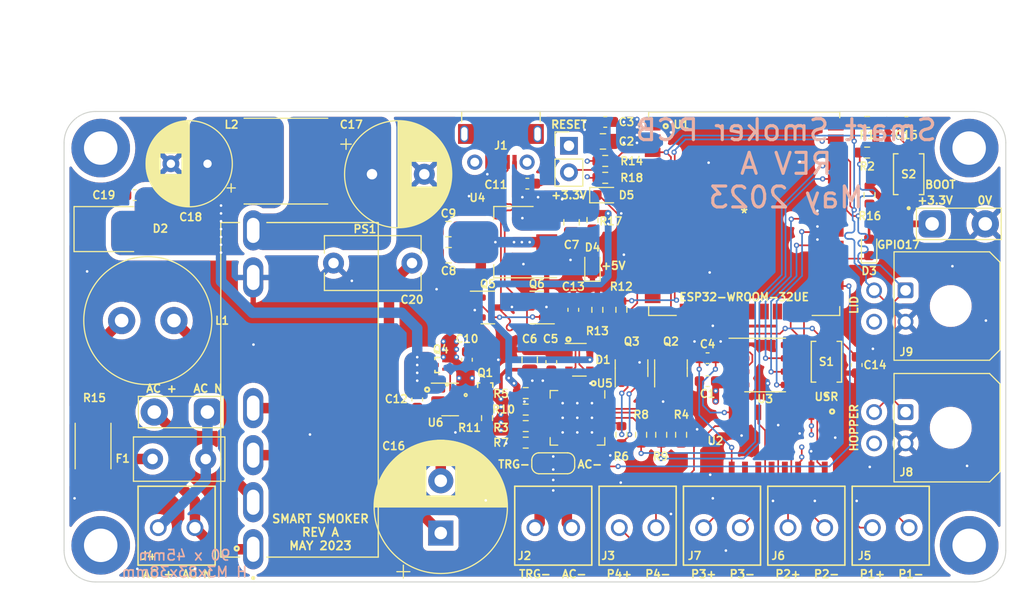
<source format=kicad_pcb>
(kicad_pcb (version 20211014) (generator pcbnew)
  (layers (0 "F.Cu" signal "TOP") (1 "In1.Cu" power "M10") (2 "In2.Cu" power "M233") (31 "B.Cu" signal "BOTTOM") (34 "B.Paste" user) (35 "F.Paste" user) (36 "B.SilkS" user "B.Silkscreen") (37 "F.SilkS" user "F.Silkscreen") (38 "B.Mask" user) (39 "F.Mask" user) (44 "Edge.Cuts" user))
  (net 0 "")
  (net 1 "GND")
  (net 2 "+3.3V")
  (net 3 "/AC_L")
  (net 4 "/AC_N")
  (net 5 "Net-(D4-Pad2)")
  (net 6 "/Probe1+")
  (net 7 "/Probe1-")
  (net 8 "/Probe2+")
  (net 9 "/Probe2-")
  (net 10 "/Probe3+")
  (net 11 "/Probe3-")
  (net 12 "/Probe4+")
  (net 13 "/Probe4-")
  (net 14 "/MUX_OUT_-")
  (net 15 "/MUX_OUT_+")
  (net 16 "+3.3VA")
  (net 17 "+5V")
  (net 18 "Net-(D5-Pad2)")
  (net 20 "+3.3VP")
  (net 21 "/EN")
  (net 22 "Net-(F1-Pad2)")
  (net 23 "Net-(L1-Pad1)")
  (net 24 "/I36")
  (net 25 "/I39")
  (net 26 "/I34")
  (net 27 "/I35")
  (net 28 "/IO32")
  (net 29 "/IO33")
  (net 30 "/IO25")
  (net 31 "/IO26")
  (net 32 "/IO27")
  (net 33 "/IO14")
  (net 34 "/IO12")
  (net 35 "/IO13")
  (net 36 "/IO15")
  (net 37 "/IO2")
  (net 38 "/IO0")
  (net 39 "/IO4")
  (net 40 "/IO16")
  (net 41 "/IO17")
  (net 42 "/RXD0")
  (net 43 "/TXD0")
  (net 44 "/IO23")
  (net 45 "/USB_DN")
  (net 46 "/USB_DP")
  (net 47 "Net-(L1-Pad2)")
  (net 48 "Net-(Q2-Pad2)")
  (net 49 "Net-(D3-Pad2)")
  (net 50 "/I2C_SDA")
  (net 51 "/I2C_SCL")
  (net 52 "Net-(Q3-Pad2)")
  (net 53 "Net-(Q4-Pad1)")
  (net 54 "/RTS")
  (net 55 "/DTR")
  (net 56 "Net-(R3-Pad1)")
  (net 57 "Net-(C16-Pad2)")
  (net 58 "Net-(R7-Pad2)")
  (net 59 "/RXD")
  (net 60 "/TXD")
  (net 62 "/SPI_MISO")
  (net 63 "/SPI_SCK")
  (net 64 "/SPI_CS")
  (net 85 "/CTS")
  (net 87 "Net-(C13-Pad2)")
  (net 88 "Net-(C16-Pad1)")
  (net 89 "Net-(C17-Pad1)")
  (net 90 "Net-(R10-Pad2)")
  (net 91 "/TRG_GND")
  (net 92 "/AC_G")
  (footprint "Capacitor_SMD:C_0805_2012Metric" (layer "F.Cu") (at 151.5 102.865)
    (fp_text reference "C2")
    (fp_text value "22uF 10V X5R 0805")
  )
  (footprint "LED_SMD:LED_0603_1608Metric" (layer "F.Cu") (at 150.5 114.75 90)
    (fp_text reference "D4")
    (fp_text value "Y/G 2.2V 20mA")
  )
  (footprint "MountingHole:MountingHole_3.2mm_M3_DIN965_Pad" (layer "F.Cu") (at 103.5 103.5)
    (fp_text reference "H3" hide)
    (fp_text value "MountingHole")
  )
  (footprint "Customs Smoker:SW_TL1015AF160QG" (layer "F.Cu") (at 172.86 123.9375 90)
    (fp_text reference "S1")
    (fp_text value "TL1015AF160QG")
  )
  (footprint "Package_SO:SOIC-8_3.9x4.9mm_P1.27mm" (layer "F.Cu") (at 167 124.25)
    (fp_text reference "U3")
    (fp_text value "MAX31855KASA")
  )
  (footprint "LED_SMD:LED_0603_1608Metric" (layer "F.Cu") (at 151.72 108)
    (fp_text reference "D5")
    (fp_text value "R 1.8V 2mA 0603")
  )
  (footprint "Capacitor_SMD:C_0603_1608Metric" (layer "F.Cu") (at 161.5 125.8 180)
    (fp_text reference "C1")
    (fp_text value "0.1uF 50V X7R 0603")
  )
  (footprint "Customs Smoker:CONN_393570002_MOL" (layer "F.Cu") (at 177.25 139.8095)
    (fp_text reference "J5")
    (fp_text value "393570002")
  )
  (footprint "Customs Smoker:ESP32-WROOM-32UE 16MB" (layer "F.Cu") (at 165 109.783064)
    (fp_text reference "U1")
    (fp_text value "ESP32-WROOM-32UE_16MB" hide)
  )
  (footprint "Package_DFN_QFN:QFN-28-1EP_5x5mm_P0.5mm_EP3.35x3.35mm" (layer "F.Cu") (at 149.066664 129.305 -90)
    (fp_text reference "U5")
    (fp_text value "CP2102N-Axx-xQFN28")
  )
  (footprint "Resistor_SMD:R_0603_1608Metric" (layer "F.Cu") (at 150.964996 118.97 90)
    (fp_text reference "R13")
    (fp_text value "10K 1% 0603")
  )
  (footprint "Capacitor_SMD:C_0805_2012Metric" (layer "F.Cu") (at 144.5 123.75 -90)
    (fp_text reference "C6")
    (fp_text value "4.7uF 25V X5R 0805")
  )
  (footprint "Jumper:SolderJumper-3_P1.3mm_Open_RoundedPad1.0x1.5mm" (layer "F.Cu") (at 146.75 133.65 180)
    (fp_text reference "JP2" hide)
    (fp_text value "Jumper_3_Open")
  )
  (footprint "Capacitor_SMD:C_0603_1608Metric" (layer "F.Cu") (at 133.75 127.545 -90)
    (fp_text reference "C12")
    (fp_text value "0.1uF 50V X7R 0603")
  )
  (footprint "Customs Smoker:CONN_393570002_MOL" (layer "F.Cu") (at 109 139.8095)
    (fp_text reference "J4")
    (fp_text value "393570002")
  )
  (footprint "Resistor_SMD:R_0603_1608Metric" (layer "F.Cu") (at 144.119998 131.675)
    (fp_text reference "R7")
    (fp_text value "10K 1% 0603")
  )
  (footprint "Capacitor_SMD:C_0603_1608Metric" (layer "F.Cu") (at 106.75 108 180)
    (fp_text reference "C19")
    (fp_text value "0.1uF 50V X7R 0603")
  )
  (footprint "Package_TO_SOT_SMD:TSOT-23-6" (layer "F.Cu") (at 136.896666 127.545)
    (fp_text reference "U6")
    (fp_text value "LTC4412xS6")
  )
  (footprint "Capacitor_SMD:C_0603_1608Metric" (layer "F.Cu") (at 161.5 123.6)
    (fp_text reference "C4")
    (fp_text value "0.01uF 50V X7R 0603")
  )
  (footprint "Resistor_SMD:R_0603_1608Metric" (layer "F.Cu") (at 144.119998 126.935)
    (fp_text reference "R5")
    (fp_text value "22.1kOhm 1% 0603")
  )
  (footprint "Inductor_THT:L_Radial_D12.0mm_P5.00mm_Fastron_11P" (layer "F.Cu") (at 105.5 120)
    (fp_text reference "L1")
    (fp_text value "2.2mH 350mA 3.2Ohm TH")
  )
  (footprint "Resistor_SMD:R_0603_1608Metric" (layer "F.Cu") (at 176.75 101)
    (fp_text reference "R1")
    (fp_text value "1kOhm 1% 0603")
  )
  (footprint "Capacitor_THT:CP_Radial_D12.5mm_P5.00mm" (layer "F.Cu") (at 136 140.323959 90)
    (fp_text reference "C16")
    (fp_text value "22uF 450V 20%")
  )
  (footprint "Resistor_SMD:R_0603_1608Metric" (layer "F.Cu") (at 153.26333 118.97 -90)
    (fp_text reference "R12")
    (fp_text value "1kOhm 1% 0603")
  )
  (footprint "Fuse:Fuse_Littelfuse_395Series" (layer "F.Cu") (at 113.54 133.25 180)
    (fp_text reference "F1")
    (fp_text value "300V 2A SlowBlow")
  )
  (footprint "Resistor_SMD:R_0603_1608Metric" (layer "F.Cu") (at 153.26333 130.925 -90)
    (fp_text reference "R6")
    (fp_text value "10K 1% 0603")
  )
  (footprint "Capacitor_SMD:C_0805_2012Metric" (layer "F.Cu") (at 148.5 110.6 -90)
    (fp_text reference "C7")
    (fp_text value "10uF 16V X5R 0805")
  )
  (footprint "Capacitor_SMD:C_0603_1608Metric" (layer "F.Cu") (at 175.75 124.25 90)
    (fp_text reference "C14")
    (fp_text value "0.1uF 50V X7R 0603")
  )
  (footprint "Capacitor_SMD:C_0805_2012Metric" (layer "F.Cu") (at 136.75 113.75 180)
    (fp_text reference "C8")
    (fp_text value "10uF 16V X5R 0805")
  )
  (footprint "Customs Smoker:CONN_393570002_MOL" (layer "F.Cu") (at 145 139.8095)
    (fp_text reference "J2")
    (fp_text value "393570002")
  )
  (footprint "Customs Smoker:CONN_393570002_MOL" (layer "F.Cu") (at 169.1875 139.8095)
    (fp_text reference "J6")
    (fp_text value "393570002")
  )
  (footprint "Connector_PinHeader_2.54mm:PinHeader_1x02_P2.54mm_Vertical" (layer "F.Cu") (at 148.25 103.28)
    (fp_text reference "JP1" hide)
    (fp_text value "Jumper_2_Open")
  )
  (footprint "Customs Smoker:MOLEX_105017-0001" (layer "F.Cu") (at 141.75 102.15 180)
    (fp_text reference "J1")
    (fp_text value "105017-0001")
  )
  (footprint "Capacitor_SMD:C_0603_1608Metric" (layer "F.Cu") (at 144.275 106.9)
    (fp_text reference "C11")
    (fp_text value "0.1uF 50V X7R 0603")
  )
  (footprint "Customs Smoker:VESM_TOS" (layer "F.Cu") (at 140.25 126.5)
    (fp_text reference "Q1")
    (fp_text value "Q_PMOS_GSD")
  )
  (footprint "Capacitor_SMD:C_0603_1608Metric" (layer "F.Cu") (at 148.666664 118.97 -90)
    (fp_text reference "C13")
    (fp_text value "0.1uF 50V X7R 0603")
  )
  (footprint "Customs Smoker:CONN_393570002_MOL" (layer "F.Cu") (at 161.125 139.8095)
    (fp_text reference "J7")
    (fp_text value "393570002")
  )
  (footprint "Diode_SMD:D_SMB" (layer "F.Cu") (at 104.5 111.25)
    (fp_text reference "D2")
    (fp_text value "TVS DIODE 7VWM 12VC SMB")
  )
  (footprint "Capacitor_THT:CP_Radial_D8.0mm_P3.50mm" (layer "F.Cu") (at 113.707953 105 180)
    (fp_text reference "C18")
    (fp_text value "150uF 20% 35V")
  )
  (footprint "Package_TO_SOT_SMD:SOT-23-3" (layer "F.Cu") (at 158 124.55 90)
    (fp_text reference "Q2")
    (fp_text value "25V 1.5A Trans")
  )
  (footprint "Resistor_SMD:R_0603_1608Metric" (layer "F.Cu") (at 144.119998 130.095 180)
    (fp_text reference "R3")
    (fp_text value "1kOhm 1% 0603")
  )
  (footprint "Capacitor_SMD:C_0805_2012Metric" (layer "F.Cu") (at 136.7275 111.25 180)
    (fp_text reference "C9")
    (fp_text value "10uF 16V X5R 0805")
  )
  (footprint "MountingHole:MountingHole_3.2mm_M3_DIN965_Pad" (layer "F.Cu") (at 186.5 103.5)
    (fp_text reference "H1" hide)
    (fp_text value "MountingHole")
  )
  (footprint "Customs Smoker:SW_TL1015AF160QG" (layer "F.Cu") (at 180.72 106 90)
    (fp_text reference "S2")
    (fp_text value "TL1015AF160QG")
  )
  (footprint "Resistor_SMD:R_0603_1608Metric" (layer "F.Cu") (at 176.75 103.93)
    (fp_text reference "R2")
    (fp_text value "1kOhm 1% 0603")
  )
  (footprint "Capacitor_SMD:C_0603_1608Metric" (layer "F.Cu") (at 151.72 101)
    (fp_text reference "C3")
    (fp_text value "0.1uF 50V X7R 0603")
  )
  (footprint "Capacitor_SMD:C_0603_1608Metric" (layer "F.Cu") (at 146.565 123.97 -90)
    (fp_text reference "C5")
    (fp_text value "0.1uF 50V X7R 0603")
  )
  (footprint "Resistor_SMD:R_0603_1608Metric" (layer "F.Cu") (at 140.4221 129.325 -90)
    (fp_text reference "R11")
    (fp_text value "470Ohm 5% 0603")
  )
  (footprint "Resistor_SMD:R_0603_1608Metric" (layer "F.Cu") (at 151.72 104.73 180)
    (fp_text reference "R14")
    (fp_text value "10K 1% 0603")
  )
  (footprint "Resistor_SMD:R_0603_1608Metric" (layer "F.Cu") (at 158.97 130.925 -90)
    (fp_text reference "R4")
    (fp_text value "10K 1% 0603")
  )
  (footprint "Package_TO_SOT_SMD:SOT-223-3_TabPin2" (layer "F.Cu") (at 142.9775 112.5 180)
    (fp_text reference "U4")
    (fp_text value "AMS1117-3.3")
  )
  (footprint "Package_TO_SOT_SMD:SOT-143" (layer "F.Cu") (at 149.25 123.75)
    (fp_text reference "D1")
    (fp_text value "SP0503BAHT")
  )
  (footprint "Capacitor_THT:CP_Radial_D10.0mm_P5.00mm" (layer "F.Cu") (at 129.426261 106)
    (fp_text reference "C17")
    (fp_text value "820uF 20% 16V")
  )
  (footprint "Capacitor_SMD:C_0603_1608Metric" (layer "F.Cu") (at 138.5 123.75 -90)
    (fp_text reference "C10")
    (fp_text value "1uF 25V X5R 0603")
  )
  (footprint "MountingHole:MountingHole_3.2mm_M3_DIN965_Pad" (layer "F.Cu") (at 103.5 141.5)
    (fp_text reference "H4" hide)
    (fp_text value "MountingHole")
  )
  (footprint "Inductor_SMD:L_Taiyo-Yuden_NR-80xx" (layer "F.Cu") (at 121.2 104.75 180)
    (fp_text reference "L2")
    (fp_text value "2.2uH 7.2A 11.5mOhm")
  )
  (footprint "LED_SMD:LED_0603_1608Metric" (layer "F.Cu") (at 176.9375 113 90)
    (fp_text reference "D3")
    (fp_text value "Y 2V 20mA")
  )
  (footprint "Resistor_SMD:R_0603_1608Metric" (layer "F.Cu") (at 151.72 106.345)
    (fp_text reference "R18")
    (fp_text value "750Ohm 1% 0603")
  )
  (footprint "TestPoint:TestPoint_2Pads_Pitch5.08mm_Drill1.3mm" (layer "F.Cu") (at 113.7 128.75 180)
    (fp_text reference "TP1" hide)
    (fp_text value "TestPoint_2Pole")
  )
  (footprint "Customs Smoker:CONV_LS10-13B03R3" (layer "F.Cu") (at 118.075 126.625 90)
    (fp_text reference "PS1")
    (fp_text value "LS10-13B03R3")
  )
  (footprint "Resistor_SMD:R_2512_6332Metric" (layer "F.Cu") (at 102.77 132 90)
    (fp_text reference "R15")
    (fp_text value "6.8Ohm 3W 5% 2512")
  )
  (footprint "Resistor_SMD:R_0603_1608Metric" (layer "F.Cu") (at 155.15 130.925 90)
    (fp_text reference "R8")
    (fp_text value "0Ohm 0603")
  )
  (footprint "Capacitor_THT:C_Disc_D9.0mm_W5.0mm_P7.50mm" (layer "F.Cu") (at 133.25 114.5 180)
    (fp_text reference "C20")
    (fp_text value "1000pF 440VAC Y5P")
  )
  (footprint "MountingHole:MountingHole_3.2mm_M3_DIN965_Pad" (layer "F.Cu") (at 186.5 141.5)
    (fp_text reference "H2" hide)
    (fp_text value "MountingHole")
  )
  (footprint "Resistor_SMD:R_0603_1608Metric" (layer "F.Cu") (at 157.067776 130.925 90)
    (fp_text reference "R9")
    (fp_text value "0Ohm 0603")
  )
  (footprint "Connector_Molex:Molex_Micro-Fit_3.0_43045-0400_2x02_P3.00mm_Horizontal" (layer "F.Cu") (at 180.42 128.75 -90)
    (fp_text reference "J8")
    (fp_text value "Hopper")
  )
  (footprint "Resistor_SMD:R_0603_1608Metric" (layer "F.Cu") (at 150.5 110.38 -90)
    (fp_text reference "R17")
    (fp_text value "140Ohm 1% 0603")
  )
  (footprint "Package_TO_SOT_SMD:SOT-23" (layer "F.Cu") (at 145.178332 118.75 180)
    (fp_text reference "Q6")
    (fp_text value "2N7002T-7-F")
  )
  (footprint "Resistor_SMD:R_0603_1608Metric" (layer "F.Cu") (at 176.9775 108 -90)
    (fp_text reference "R16")
    (fp_text value "470Ohm 1% 0603")
  )
  (footprint "Package_TO_SOT_SMD:SOT-23" (layer "F.Cu") (at 140.5 118.75)
    (fp_text reference "Q5")
    (fp_text value "2N7002T-7-F")
  )
  (footprint "Connector_Molex:Molex_Micro-Fit_3.0_43045-0400_2x02_P3.00mm_Horizontal" (layer "F.Cu") (at 180.42 117.11 -90)
    (fp_text reference "J9")
    (fp_text value "Lid")
  )
  (footprint "Package_TO_SOT_SMD:SOT-23-3" (layer "F.Cu") (at 154.23333 124.55 90)
    (fp_text reference "Q3")
    (fp_text value "25V 1.5A Trans")
  )
  (footprint "Resistor_SMD:R_0603_1608Metric" (layer "F.Cu") (at 144.119998 128.515)
    (fp_text reference "R10")
    (fp_text value "47.5kOhm 1% 0603")
  )
  (footprint "Customs Smoker:VESM_TOS" (layer "F.Cu") (at 135.977366 124.25 90)
    (fp_text reference "Q4")
    (fp_text value "Q_PMOS_GSD")
  )
  (footprint "Capacitor_SMD:C_0603_1608Metric" (layer "F.Cu") (at 180.5 101)
    (fp_text reference "C15")
    (fp_text value "1uF 25V X5R 0603")
  )
  (footprint "Customs Smoker:CONN_393570002_MOL" (layer "F.Cu") (at 153.0625 139.8095)
    (fp_text reference "J3")
    (fp_text value "393570002")
  )
  (footprint "Customs Smoker:SOIC16_NARROW_VIS" (layer "F.Cu") (at 168.25 131.5 -90)
    (fp_text reference "U2")
    (fp_text value "DG409LEDY-T1-GE3")
  )
  (footprint "TestPoint:TestPoint_2Pads_Pitch5.08mm_Drill1.3mm" (layer "F.Cu") (at 182.96 110.75)
    (fp_text reference "TP2" hide)
    (fp_text value "TestPoint_2Pole")
  )
  (gr_circle (center 173.4 128.7) (end 173.6 128.7) (layer "F.SilkS") (width 0.2) (fill none))
  (gr_circle (center 157.5 101.4) (end 157.7 101.4) (layer "F.SilkS") (width 0.2) (fill none))
  (gr_circle (center 148.2 121.8) (end 148.4 121.8) (layer "F.SilkS") (width 0.2) (fill none))
  (gr_circle (center 134.7 126.6) (end 134.9 126.6) (layer "F.SilkS") (width 0.2) (fill none))
  (gr_circle (center 150.6 126) (end 150.8 126) (layer "F.SilkS") (width 0.2) (fill none))
  (gr_circle (center 116.5 141.8) (end 116.7 141.8) (layer "F.SilkS") (width 0.2) (fill none))
  (gr_line (start 100 103) (end 100 142) (layer "Edge.Cuts") (width 0.1))
  (gr_line (start 187 100) (end 103 100) (layer "Edge.Cuts") (width 0.1))
  (gr_line (start 190 142) (end 190 103) (layer "Edge.Cuts") (width 0.1))
  (gr_arc (start 190 142) (mid 189.12132 144.12132) (end 187 145) (layer "Edge.Cuts") (width 0.1))
  (gr_arc (start 100 103) (mid 100.87868 100.87868) (end 103 100) (layer "Edge.Cuts") (width 0.1))
  (gr_line (start 103 145) (end 187 145) (layer "Edge.Cuts") (width 0.1))
  (gr_arc (start 187 100) (mid 189.12132 100.87868) (end 190 103) (layer "Edge.Cuts") (width 0.1))
  (gr_arc (start 103 145) (mid 100.87868 144.12132) (end 100 142) (layer "Edge.Cuts") (width 0.1))
  (gr_text "Smart Smoker PCB\nREV A\nMay 2023" (at 169 105) (layer "B.SilkS") (effects (font (size 2 2) (thickness 0.3)) (justify mirror)))
  (gr_text "90 x 45mm\nH M3x83x38mm" (at 111.5 143.25) (layer "B.SilkS") (effects (font (size 1 1) (thickness 0.16)) (justify mirror)))
  (gr_text "P1-" (at 180.9375 144.25) (layer "F.SilkS") (effects (font (size 0.75 0.75) (thickness 0.16))))
  (gr_text "AC-" (at 150.25 133.75) (layer "F.SilkS") (effects (font (size 0.75 0.75) (thickness 0.16))))
  (gr_text "P2-" (at 172.875 144.25) (layer "F.SilkS") (effects (font (size 0.75 0.75) (thickness 0.16))))
  (gr_text "0V" (at 188 108.5) (layer "F.SilkS") (effects (font (size 0.75 0.75) (thickness 0.16))))
  (gr_text "HOPPER" (at 175.5 130.25 90) (layer "F.SilkS") (effects (font (size 0.75 0.75) (thickness 0.16))))
  (gr_text "TRG-" (at 145 144.25) (layer "F.SilkS") (effects (font (size 0.75 0.75) (thickness 0.16))))
  (gr_text "BOOT" (at 183.75 107) (layer "F.SilkS") (effects (font (size 0.75 0.75) (thickness 0.16))))
  (gr_text "P1+" (at 177.25 144.25) (layer "F.SilkS") (effects (font (size 0.75 0.75) (thickness 0.16))))
  (gr_text "P2+" (at 169.1875 144.25) (layer "F.SilkS") (effects (font (size 0.75 0.75) (thickness 0.16))))
  (gr_text "TRG-" (at 143 133.75) (layer "F.SilkS") (effects (font (size 0.75 0.75) (thickness 0.16))))
  (gr_text "P4-" (at 156.75 144.25) (layer "F.SilkS") (effects (font (size 0.75 0.75) (thickness 0.16))))
  (gr_text "AC N" (at 112.6875 144.25) (layer "F.SilkS") (effects (font (size 0.75 0.75) (thickness 0.16))))
  (gr_text "LID" (at 175.5 118.5 90) (layer "F.SilkS") (effects (font (size 0.75 0.75) (thickness 0.16))))
  (gr_text "+5V" (at 152.5 114.75) (layer "F.SilkS") (effects (font (size 0.75 0.75) (thickness 0.16))))
  (gr_text "ESP32-WROOM-32UE" (at 165 117.75) (layer "F.SilkS") (effects (font (size 0.75 0.75) (thickness 0.16))))
  (gr_text "AC +" (at 109.3125 126.5) (layer "F.SilkS") (effects (font (size 0.75 0.75) (thickness 0.16))))
  (gr_text "SMART SMOKER\nREV A\nMAY 2023" (at 124.5 140.25) (layer "F.SilkS") (effects (font (size 0.8 0.8) (thickness 0.16))))
  (gr_text "AC +" (at 109 144.25) (layer "F.SilkS") (effects (font (size 0.75 0.75) (thickness 0.16))))
  (gr_text "+3.3V" (at 148.25 108) (layer "F.SilkS") (effects (font (size 0.75 0.75) (thickness 0.16))))
  (gr_text "RESET" (at 148.25 101.25) (layer "F.SilkS") (effects (font (size 0.75 0.75) (thickness 0.16))))
  (gr_text "P3-" (at 164.8125 144.25) (layer "F.SilkS") (effects (font (size 0.75 0.75) (thickness 0.16))))
  (gr_text "P3+" (at 161.125 144.25) (layer "F.SilkS") (effects (font (size 0.75 0.75) (thickness 0.16))))
  (gr_text "P4+" (at 153.0625 144.25) (layer "F.SilkS") (effects (font (size 0.75 0.75) (thickness 0.16))))
  (gr_text "AC-" (at 148.75 144.25) (layer "F.SilkS") (effects (font (size 0.75 0.75) (thickness 0.16))))
  (gr_text "USR" (at 172.86 127.2875) (layer "F.SilkS") (effects (font (size 0.75 0.75) (thickness 0.16))))
  (gr_text "+3.3V" (at 183.25 108.5) (layer "F.SilkS") (effects (font (size 0.75 0.75) (thickness 0.16))))
  (gr_text "GPIO17" (at 179.75 112.75) (layer "F.SilkS") (effects (font (size 0.75 0.75) (thickness 0.16))))
  (gr_text "AC N" (at 113.75 126.5) (layer "F.SilkS") (effects (font (size 0.75 0.75) (thickness 0.16))))
  (segment (start 144 127.809998) (end 143.294998 128.515) (width 0.65) (layer "F.Cu") (net 1))
  (segment (start 171.4 134.19915) (end 171.425 134.22415) (width 0.25) (layer "F.Cu") (net 1))
  (segment (start 149.566664 126.855) (end 149.566664 126.470632) (width 0.16) (layer "F.Cu") (net 1))
  (segment (start 144 127.75) (end 144 127.809998) (width 0.65) (layer "F.Cu") (net 1))
  (segment (start 139.5625 119.3125) (end 139.25 119) (width 0.16) (layer "F.Cu") (net 1))
  (segment (start 150.9325 108) (end 151.105599 108) (width 0.16) (layer "F.Cu") (net 1))
  (segment (start 164.525 122.345) (end 163.095 122.345) (width 0.65) (layer "F.Cu") (net 1))
  (segment (start 150.55 102.55) (end 149.75 101.75) (width 0.16) (layer "F.Cu") (net 1))
  (segment (start 144.5 122.8) (end 146.17 122.8) (width 1) (layer "F.Cu") (net 1))
  (segment (start 146.17 122.8) (end 146.565 123.195) (width 1) (layer "F.Cu") (net 1))
  (segment (start 146.565 123.195) (end 148.055 123.195) (width 1) (layer "F.Cu") (net 1))
  (segment (start 150.945 101) (end 149.75 101) (width 0.16) (layer "F.Cu") (net 1))
  (segment (start 139.5625 119.7) (end 139.5625 119.3125) (width 0.16) (layer "F.Cu") (net 1))
  (segment (start 171.4 132.5) (end 171.4 134.19915) (width 0.25) (layer "F.Cu") (net 1))
  (segment (start 140.45 104.825) (end 140.45 106) (width 0.16) (layer "F.Cu") (net 1))
  (segment (start 151.105599 108) (end 152.855599 109.75) (width 0.16) (layer "F.Cu") (net 1))
  (segment (start 152.855599 109.75) (end 153.25 109.75) (width 0.16) (layer "F.Cu") (net 1))
  (segment (start 148.055 123.195) (end 148.1 123.15) (width 1) (layer "F.Cu") (net 1))
  (segment (start 150.55 102.865) (end 150.55 102.55) (width 0.16) (layer "F.Cu") (net 1))
  (segment (start 163.095 122.345) (end 162.75 122) (width 0.65) (layer "F.Cu") (net 1))
  (segment (start 150.037296 126) (end 150.3 126) (width 0.16) (layer "F.Cu") (net 1))
  (segment (start 148.1 123.15) (end 148.1 123) (width 1) (layer "F.Cu") (net 1))
  (segment (start 149.566664 126.470632) (end 150.037296 126) (width 0.16) (layer "F.Cu") (net 1))
  (via (at 158 101) (size 0.5) (drill 0.25) (layers "F.Cu" "B.Cu") (net 1))
  (via (at 152.2 132.9) (size 0.5) (drill 0.25) (layers "F.Cu" "B.Cu") (net 1))
  (via (at 172 111) (size 0.5) (drill 0.25) (layers "F.Cu" "B.Cu") (net 1))
  (via (at 161.75 134.75) (size 0.5) (drill 0.25) (layers "F.Cu" "B.Cu") (net 1))
  (via (at 161.8 131.8) (size 0.5) (drill 0.25) (layers "F.Cu" "B.Cu") (net 1))
  (via (at 153.2 135.5) (size 0.5) (drill 0.25) (layers "F.Cu" "B.Cu") (net 1))
  (via (at 173.7 131.2) (size 0.5) (drill 0.25) (layers "F.Cu" "B.Cu") (net 1))
  (via (at 149.05 127.9) (size 0.5) (drill 0.25) (layers "F.Cu" "B.Cu") (net 1))
  (via (at 150.45 129.3) (size 0.5) (drill 0.25) (layers "F.Cu" "B.Cu") (net 1))
  (via (at 162 120.5) (size 0.5) (drill 0.25) (layers "F.Cu" "B.Cu") (net 1))
  (via (at 146.75 136.25) (size 0.5) (drill 0.25) (layers "F.Cu" "B.Cu") (net 1))
  (via (at 102.2 115.3) (size 0.5) (drill 0.25) (layers "F.Cu" "B.Cu") (net 1))
  (via (at 118.1 122.3) (size 0.5) (drill 0.25) (layers "F.Cu" "B.Cu") (net 1))
  (via (at 155 124) (size 0.5) (drill 0.25) (layers "F.Cu" "B.Cu") (net 1))
  (via (at 146.75 134.25) (size 0.5) (drill 0.25) (layers "F.Cu" "B.Cu") (net 1))
  (via (at 101 137) (size 0.5) (drill 0.25) (layers "F.Cu" "B.Cu") (net 1))
  (via (at 147.65 130.7) (size 0.5) (drill 0.25) (layers "F.Cu" "B.Cu") (net 1))
  (via (at 153.5 113.7) (size 0.5) (drill 0.25) (layers "F.Cu" "B.Cu") (net 1))
  (via (at 141.5 123.75) (size 0.5) (drill 0.25) (layers "F.Cu" "B.Cu") (net 1))
  (via (at 171.4 132.5) (size 0.5) (drill 0.25) (layers "F.Cu" "B.Cu") (net 1))
  (via (at 140.45 106) (size 0.5) (drill 0.25) (layers "F.Cu" "B.Cu") (net 1))
  (via (at 162.75 122) (size 0.5) (drill 0.25) (layers "F.Cu" "B.Cu") (net 1))
  (via (at 148.4 114.2) (size 0.5) (drill 0.25) (layers "F.Cu" "B.Cu") (net 1))
  (via (at 171.75 137.25) (size 0.5) (drill 0.25) (layers "F.Cu" "B.Cu") (net 1))
  (via (at 146.1 118.7) (size 0.5) (drill 0.25) (layers "F.Cu" "B.Cu") (net 1))
  (via (at 164.75 131) (size 0.5) (drill 0.25) (layers "F.Cu" "B.Cu") (net 1))
  (via (at 160.25 122) (size 0.5) (drill 0.25) (layers "F.Cu" "B.Cu") (net 1))
  (via (at 146.75 133) (size 0.5) (drill 0.25) (layers "F.Cu" "B.Cu") (net 1))
  (via (at 149.75 101) (size 0.5) (drill 0.25) (layers "F.Cu" "B.Cu") (net 1))
  (via (at 138.5 122) (size 0.5) (drill 0.25) (layers "F.Cu" "B.Cu") (net 1))
  (via (at 158 138.5) (size 0.5) (drill 0.25) (layers "F.Cu" "B.Cu") (net 1))
  (via (at 127.5 116.2) (size 0.5) (drill 0.25) (layers "F.Cu" "B.Cu") (net 1))
  (via (at 150.45 130.7) (size 0.5) (drill 0.25) (layers "F.Cu" "B.Cu") (net 1))
  (via (at 188.1 120) (size 0.5) (drill 0.25) (layers "F.Cu" "B.Cu") (net 1))
  (via (at 157.25 127.75) (size 0.5) (drill 0.25) (layers "F.Cu" "B.Cu") (net 1))
  (via (at 186.3 133.9) (size 0.5) (drill 0.25) (layers "F.Cu" "B.Cu") (net 1))
  (via (at 150.45 127.9) (size 0.5) (drill 0.25) (layers "F.Cu" "B.Cu") (net 1))
  (via (at 142.8 118.7) (size 0.5) (drill 0.25) (layers "F.Cu" "B.Cu") (net 1))
  (via (at 162 137) (size 0.5) (drill 0.25) (layers "F.Cu" "B.Cu") (net 1))
  (via (at 175.75 137.25) (size 0.5) (drill 0.25) (layers "F.Cu" "B.Cu") (net 1))
  (via (at 149.05 130.7) (size 0.5) (drill 0.25) (layers "F.Cu" "B.Cu") (net 1))
  (via (at 140.3 137.2) (size 0.5) (drill 0.25) (layers "F.Cu" "B.Cu") (net 1))
  (via (at 107 143.75) (size 0.5) (drill 0.25) (layers "F.Cu" "B.Cu") (net 1))
  (via (at 138.7 108.1) (size 0.5) (drill 0.25) (layers "F.Cu" "B.Cu") (net 1))
  (via (at 144 127.75) (size 0.5) (drill 0.25) (layers "F.Cu" "B.Cu") (net 1))
  (via (at 147.65 127.9) (size 0.5) (drill 0.25) (layers "F.Cu" "B.Cu") (net 1))
  (via (at 143.9 114.6) (size 0.5) (drill 0.25) (layers "F.Cu" "B.Cu") (net 1))
  (via (at 158 102) (size 0.5) (drill 0.25) (layers "F.Cu" "B.Cu") (net 1))
  (via (at 112.5 143.75) (size 0.5) (drill 0.25) (layers "F.Cu" "B.Cu") (net 1))
  (via (at 161.7 115.4) (size 0.5) (drill 0.25) (layers "F.Cu" "B.Cu") (net 1))
  (via (at 167.75 137.25) (size 0.5) (drill 0.25) (layers "F.Cu" "B.Cu") (net 1))
  (via (at 149.75 101.75) (size 0.5) (drill 0.25) (layers "F.Cu" "B.Cu") (net 1))
  (via (at 153.25 109.75) (size 0.5) (drill 0.25) (layers "F.Cu" "B.Cu") (net 1))
  (via (at 161.6 104.9) (size 0.5) (drill 0.25) (layers "F.Cu" "B.Cu") (net 1))
  (via (at 170.3 104.8) (size 0.5) (drill 0.25) (layers "F.Cu" "B.Cu") (net 1))
  (via (at 144.75 125.75) (size 0.5) (drill 0.25) (layers "F.Cu" "B.Cu") (net 1))
  (via (at 150.3 126) (size 0.5) (drill 0.25) (layers "F.Cu" "B.Cu") (net 1))
  (via (at 172 109.5) (size 0.5) (drill 0.25) (layers "F.Cu" "B.Cu") (net 1))
  (via (at 139.25 119) (size 0.5) (drill 0.25) (layers "F.Cu" "B.Cu") (net 1))
  (via (at 142.25 131.75) (size 0.5) (drill 0.25) (layers "F.Cu" "B.Cu") (net 1))
  (via (at 168.25 130) (size 0.5) (drill 0.25) (layers "F.Cu" "B.Cu") (net 1))
  (via (at 172 112.25) (size 0.5) (drill 0.25) (layers "F.Cu" "B.Cu") (net 1))
  (via (at 170.3 130.8) (size 0.5) (drill 0.25) (layers "F.Cu" "B.Cu") (net 1))
  (via (at 184.9 114.8) (size 0.5) (drill 0.25) (layers "F.Cu" "B.Cu") (net 1))
  (via (at 145.75 125.75) (size 0.5) (drill 0.25) (layers "F.Cu" "B.Cu") (net 1))
  (via (at 146.75 135.25) (size 0.5) (drill 0.25) (layers "F.Cu" "B.Cu") (net 1))
  (via (at 177 134) (size 0.5) (drill 0.25) (layers "F.Cu" "B.Cu") (net 1))
  (via (at 167.25 126) (size 0.5) (drill 0.25) (layers "F.Cu" "B.Cu") (net 1))
  (via (at 163.25 142) (size 0.5) (drill 0.25) (layers "F.Cu" "B.Cu") (net 1))
  (via (at 160.5 130.4) (size 0.5) (drill 0.25) (layers "F.Cu" "B.Cu") (net 1))
  (via (at 147.65 129.3) (size 0.5) (drill 0.25) (layers "F.Cu" "B.Cu") (net 1))
  (via (at 137.4 130.7) (size 0.5) (drill 0.25) (layers "F.Cu" "B.Cu") (net 1))
  (via (at 135.6 117) (size 0.5) (drill 0.25) (layers "F.Cu" "B.Cu") (net 1))
  (via (at 149.05 129.3) (size 0.5) (drill 0.25) (layers "F.Cu" "B.Cu") (net 1))
  (via (at 123.5 130.9) (size 0.5) (drill 0.25) (layers "F.Cu" "B.Cu") (net 1))
  (via (at 177.3 122.7) (size 0.5) (drill 0.25) (layers "F.Cu" "B.Cu") (net 1))
  (segment (start 148.066664 126.855) (end 147.566664 126.855) (width 0.35) (layer "F.Cu") (net 2))
  (segment (start 150.895 104.73) (end 150.02 104.73) (width 0.16) (layer "F.Cu") (net 2))
  (segment (start 146.565 124.745) (end 144.545 124.745) (width 0.35) (layer "F.Cu") (net 2))
  (segment (start 182.96 110.75) (end 180.5525 110.75) (width 0.65) (layer "F.Cu") (net 2))
  (segment (start 141.75 125.25) (end 141.75 126.75) (width 0.35) (layer "F.Cu") (net 2))
  (segment (start 177.575 106.5775) (end 176.9775 107.175) (width 0.65) (layer "F.Cu") (net 2))
  (segment (start 152.495 101) (end 153.5 101) (width 0.16) (layer "F.Cu") (net 2))
  (segment (start 171.425 130.075) (end 171.425 130.925) (width 0.16) (layer "F.Cu") (net 2))
  (segment (start 177.575 101) (end 177.575 103.93) (width 0.65) (layer "F.Cu") (net 2))
  (segment (start 150.895 106.345) (end 150.095 106.345) (width 0.16) (layer "F.Cu") (net 2))
  (segment (start 144.5 124.7) (end 142.3 124.7) (width 0.35) (layer "F.Cu") (net 2))
  (segment (start 150.02 104.73) (end 150 104.75) (width 0.16) (layer "F.Cu") (net 2))
  (segment (start 147.566664 125.746664) (end 146.565 124.745) (width 0.35) (layer "F.Cu") (net 2))
  (segment (start 150.095 106.345) (end 150 106.25) (width 0.16) (layer "F.Cu") (net 2))
  (segment (start 147.566664 126.855) (end 147.566664 125.746664) (width 0.35) (layer "F.Cu") (net 2))
  (segment (start 142.3 124.7) (end 141.75 125.25) (width 0.35) (layer "F.Cu") (net 2))
  (segment (start 170.5 133.05) (end 170.5 132.1) (width 0.16) (layer "F.Cu") (net 2))
  (segment (start 171.425 128.77585) (end 171.425 130.075) (width 0.16) (layer "F.Cu") (net 2))
  (segment (start 152.45 102.865) (end 153.365 102.865) (width 0.16) (layer "F.Cu") (net 2))
  (segment (start 162.275 125.8) (end 162.275 126.725) (width 0.65) (layer "F.Cu") (net 2))
  (segment (start 153.365 102.865) (end 153.5 103) (width 0.16) (layer "F.Cu") (net 2))
  (segment (start 170.155 133.695) (end 170.5 133.35) (width 0.16) (layer "F.Cu") (net 2))
  (segment (start 170.5 133.35) (end 170.5 133.05) (width 0.16) (layer "F.Cu") (net 2))
  (segment (start 162.63 126.155) (end 162.275 125.8) (width 0.65) (layer "F.Cu") (net 2))
  (segment (start 177.575 103.93) (end 177.575 106.5775) (width 0.65) (layer "F.Cu") (net 2))
  (segment (start 180.5525 110.75) (end 176.9775 107.175) (width 0.65) (layer "F.Cu") (net 2))
  (segment (start 164.525 126.155) (end 162.63 126.155) (width 0.65) (layer "F.Cu") (net 2))
  (segment (start 162.275 126.725) (end 162.275 127.725) (width 0.65) (layer "F.Cu") (net 2))
  (via (at 162.275 127.725) (size 0.5) (drill 0.25) (layers "F.Cu" "B.Cu") (net 2))
  (via (at 141.75 127.5) (size 0.5) (drill 0.25) (layers "F.Cu" "B.Cu") (net 2))
  (via (at 141.75 126.75) (size 0.5) (drill 0.25) (layers "F.Cu" "B.Cu") (net 2))
  (via (at 153.5 103) (size 0.5) (drill 0.25) (layers "F.Cu" "B.Cu") (net 2))
  (via (at 154.75 100.75) (size 0.5) (drill 0.25) (layers "F.Cu" "B.Cu") (net 2))
  (via (at 154.75 101.5) (size 0.5) (drill 0.25) (layers "F.Cu" "B.Cu") (net 2))
  (via (at 139 125.5) (size 0.5) (drill 0.25) (layers "F.Cu" "B.Cu") (net 2))
  (via (at 137.75 125.5) (size 0.5) (drill 0.25) (layers "F.Cu" "B.Cu") (net 2))
  (via (at 154.75 103) (size 0.5) (drill 0.25) (layers "F.Cu" "B.Cu") (net 2))
  (via (at 137.5 122) (size 0.5) (drill 0.25) (layers "F.Cu" "B.Cu") (net 2))
  (via (at 170.5 133.05) (size 0.5) (drill 0.25) (layers "F.Cu" "B.Cu") (net 2))
  (via (at 136.25 122.75) (size 0.5) (drill 0.25) (layers "F.Cu" "B.Cu") (net 2))
  (via (at 141.75 130.5) (size 0.5) (drill 0.25) (layers "F.Cu" "B.Cu") (net 2))
  (via (at 136.25 122) (size 0.5) (drill 0.25) (layers "F.Cu" "B.Cu") (net 2))
  (via (at 170.5 132.1) (size 0.5) (drill 0.25) (layers "F.Cu" "B.Cu") (net 2))
  (via (at 171.425 130.925) (size 0.5) (drill 0.25) (layers "F.Cu" "B.Cu") (net 2))
  (via (at 154.75 102.25) (size 0.5) (drill 0.25) (layers "F.Cu" "B.Cu") (net 2))
  (via (at 141.75 128.25) (size 0.5) (drill 0.25) (layers "F.Cu" "B.Cu") (net 2))
  (via (at 141.75 129) (size 0.5) (drill 0.25) (layers "F.Cu" "B.Cu") (net 2))
  (via (at 162.275 126.725) (size 0.5) (drill 0.25) (layers "F.Cu" "B.Cu") (net 2))
  (via (at 153.5 101) (size 0.5) (drill 0.25) (layers "F.Cu" "B.Cu") (net 2))
  (via (at 137.5 123.5) (size 0.5) (drill 0.25) (layers "F.Cu" "B.Cu") (net 2))
  (via (at 136.25 123.5) (size 0.5) (drill 0.25) (layers "F.Cu" "B.Cu") (net 2))
  (via (at 171.425 130.075) (size 0.5) (drill 0.25) (layers "F.Cu" "B.Cu") (net 2))
  (via (at 150 104.75) (size 0.5) (drill 0.25) (layers "F.Cu" "B.Cu") (net 2))
  (via (at 141.75 129.75) (size 0.5) (drill 0.25) (layers "F.Cu" "B.Cu") (net 2))
  (via (at 137.5 122.75) (size 0.5) (drill 0.25) (layers "F.Cu" "B.Cu") (net 2))
  (via (at 150 106.25) (size 0.5) (drill 0.25) (layers "F.Cu" "B.Cu") (net 2))
  (segment (start 113.7 133.09) (end 113.54 133.25) (width 1) (layer "B.Cu") (net 3))
  (segment (start 113.7 128.75) (end 113.7 133.09) (width 1) (layer "B.Cu") (net 3))
  (segment (start 113.54 133.25) (end 113.54 135.2695) (width 1) (layer "B.Cu") (net 3))
  (segment (start 113.54 135.2695) (end 109 139.8095) (width 1) (layer "B.Cu") (net 3))
  (segment (start 110.5 130.63) (end 108.62 128.75) (width 1) (layer "F.Cu") (net 4))
  (segment (start 112.5052 139.8095) (end 112.5052 137.2552) (width 1) (layer "F.Cu") (net 4))
  (segment (start 118.075 141.875) (end 114.5707 141.875) (width 1) (layer "F.Cu") (net 4))
  (segment (start 112.5052 137.2552) (end 110.5 135.25) (width 1) (layer "F.Cu") (net 4))
  (segment (start 110.5 135.25) (end 110.5 130.63) (width 1) (layer "F.Cu") (net 4))
  (segment (start 114.5707 141.875) (end 112.5052 139.8095) (width 1) (layer "F.Cu") (net 4))
  (segment (start 150.5 113.9625) (end 150.5 111.205) (width 0.25) (layer "F.Cu") (net 5))
  (segment (start 177.25 139.8095) (end 176.0595 139.8095) (width 0.16) (layer "F.Cu") (net 6))
  (segment (start 169.25 135.75) (end 168.885 135.385) (width 0.16) (layer "F.Cu") (net 6))
  (segment (start 172 135.75) (end 169.25 135.75) (width 0.16) (layer "F.Cu") (net 6))
  (segment (start 176.0595 139.8095) (end 172 135.75) (width 0.16) (layer "F.Cu") (net 6))
  (segment (start 168.885 135.385) (end 168.885 134.22415) (width 0.16) (layer "F.Cu") (net 6))
  (segment (start 176.3357 135.39) (end 180.7552 139.8095) (width 0.16) (layer "F.Cu") (net 7))
  (segment (start 168.885 131.885) (end 169.5 132.5) (width 0.16) (layer "F.Cu") (net 7))
  (segment (start 169.64 135.39) (end 176.3357 135.39) (width 0.16) (layer "F.Cu") (net 7))
  (segment (start 169.5 135.25) (end 169.64 135.39) (width 0.16) (layer "F.Cu") (net 7))
  (segment (start 168.885 128.77585) (end 168.885 131.885) (width 0.16) (layer "F.Cu") (net 7))
  (segment (start 169.5 132.5) (end 169.5 135.25) (width 0.16) (layer "F.Cu") (net 7))
  (segment (start 169.1875 139.8095) (end 169.1875 137.4375) (width 0.16) (layer "F.Cu") (net 8))
  (segment (start 169.1875 137.4375) (end 167.615 135.865) (width 0.16) (layer "F.Cu") (net 8))
  (segment (start 167.615 135.865) (end 167.615 134.22415) (width 0.16) (layer "F.Cu") (net 8))
  (segment (start 168.25 135.3668) (end 168.25 130.749534) (width 0.16) (layer "F.Cu") (net 9))
  (segment (start 168.25 130.749534) (end 167.615 130.114534) (width 0.16) (layer "F.Cu") (net 9))
  (segment (start 167.615 130.114534) (end 167.615 128.77585) (width 0.16) (layer "F.Cu") (net 9))
  (segment (start 172.6927 139.8095) (end 168.25 135.3668) (width 0.16) (layer "F.Cu") (net 9))
  (segment (start 165.75 137.25) (end 166.345 136.655) (width 0.16) (layer "F.Cu") (net 10))
  (segment (start 163.6845 137.25) (end 165.75 137.25) (width 0.16) (layer "F.Cu") (net 10))
  (segment (start 166.345 136.655) (end 166.345 134.22415) (width 0.16) (layer "F.Cu") (net 10))
  (segment (start 161.125 139.8095) (end 163.6845 137.25) (width 0.16) (layer "F.Cu") (net 10))
  (segment (start 167 137.4397) (end 167 130.5) (width 0.16) (layer "F.Cu") (net 11))
  (segment (start 166.345 129.845) (end 166.345 128.77585) (width 0.16) (layer "F.Cu") (net 11))
  (segment (start 167 130.5) (end 166.345 129.845) (width 0.16) (layer "F.Cu") (net 11))
  (segment (start 164.6302 139.8095) (end 167 137.4397) (width 0.16) (layer "F.Cu") (net 11))
  (segment (start 155.003 141.75) (end 157.5 141.75) (width 0.16) (layer "F.Cu") (net 12))
  (segment (start 157.5 141.75) (end 159 140.25) (width 0.16) (layer "F.Cu") (net 12))
  (segment (start 165.075 135.675) (end 165.075 134.22415) (width 0.16) (layer "F.Cu") (net 12))
  (segment (start 159 137.75) (end 160.5 136.25) (width 0.16) (layer "F.Cu") (net 12))
  (segment (start 159 140.25) (end 159 137.75) (width 0.16) (layer "F.Cu") (net 12))
  (segment (start 153.0625 139.8095) (end 155.003 141.75) (width 0.16) (layer "F.Cu") (net 12))
  (segment (start 160.5 136.25) (end 164.5 136.25) (width 0.16) (layer "F.Cu") (net 12))
  (segment (start 164.5 136.25) (end 165.075 135.675) (width 0.16) (layer "F.Cu") (net 12))
  (segment (start 162.2 130.1) (end 164.0505 130.1) (width 0.16) (layer "F.Cu") (net 13))
  (segment (start 160.2 134.3) (end 160.2 132.1) (width 0.16) (layer "F.Cu") (net 13))
  (segment (start 164.0505 130.1) (end 165.075 129.0755) (width 0.16) (layer "F.Cu") (net 13))
  (segment (start 160.2 132.1) (end 162.2 130.1) (width 0.16) (layer "F.Cu") (net 13))
  (segment (start 165.075 129.0755) (end 165.075 128.77585) (width 0.16) (layer "F.Cu") (net 13))
  (segment (start 160.2 134.3) (end 156.5677 137.9323) (width 0.16) (layer "F.Cu") (net 13))
  (segment (start 156.5677 137.9323) (end 156.5677 139.8095) (width 0.16) (layer "F.Cu") (net 13))
  (segment (start 162.275 123.6) (end 162.275 124.625) (width 0.16) (layer "F.Cu") (net 14))
  (segment (start 164.51 123.6) (end 162.275 123.6) (width 0.16) (layer "F.Cu") (net 14))
  (segment (start 162.275 124.625) (end 162.25 124.65) (width 0.16) (layer "F.Cu") (net 14))
  (segment (start 163.12415 128.77585) (end 163.1 128.8) (width 0.16) (layer "F.Cu") (net 14))
  (segment (start 163.805 128.77585) (end 163.12415 128.77585) (width 0.16) (layer "F.Cu") (net 14))
  (via (at 163.1 128.8) (size 0.5) (drill 0.25) (layers "F.Cu" "B.Cu") (net 14))
  (via (at 162.25 124.65) (size 0.5) (drill 0.25) (layers "F.Cu" "B.Cu") (net 14))
  (segment (start 163.1 128.8) (end 161.75 128.8) (width 0.16) (layer "B.Cu") (net 14))
  (segment (start 161.06 128.11) (end 161.06 125.84) (width 0.16) (layer "B.Cu") (net 14))
  (segment (start 161.75 128.8) (end 161.06 128.11) (width 0.16) (layer "B.Cu") (net 14))
  (segment (start 161.06 125.84) (end 162.25 124.65) (width 0.16) (layer "B.Cu") (net 14))
  (segment (start 165.78 123.286888) (end 165.528112 123.035) (width 0.16) (layer "F.Cu") (net 15))
  (segment (start 162.664178 122.8) (end 161.525 122.8) (width 0.16) (layer "F.Cu") (net 15))
  (segment (start 165.528112 123.035) (end 162.899178 123.035) (width 0.16) (layer "F.Cu") (net 15))
  (segment (start 165.78 123.943112) (end 165.78 123.286888) (width 0.16) (layer "F.Cu") (net 15))
  (segment (start 160.725 124.625) (end 160.7 124.65) (width 0.16) (layer "F.Cu") (net 15))
  (segment (start 162.899178 123.035) (end 162.664178 122.8) (width 0.16) (layer "F.Cu") (net 15))
  (segment (start 164.838112 124.885) (end 165.78 123.943112) (width 0.16) (layer "F.Cu") (net 15))
  (segment (start 163.805 132.1455) (end 163.8 132.1405) (width 0.16) (layer "F.Cu") (net 15))
  (segment (start 163.805 134.22415) (end 163.805 132.1455) (width 0.16) (layer "F.Cu") (net 15))
  (segment (start 160.725 123.6) (end 160.725 124.625) (width 0.16) (layer "F.Cu") (net 15))
  (segment (start 161.525 122.8) (end 160.725 123.6) (width 0.16) (layer "F.Cu") (net 15))
  (via (at 160.7 124.65) (size 0.5) (drill 0.25) (layers "F.Cu" "B.Cu") (net 15))
  (via (at 163.8 132.1405) (size 0.5) (drill 0.25) (layers "F.Cu" "B.Cu") (net 15))
  (segment (start 163.8 132.1405) (end 160.7 129.0405) (width 0.16) (layer "B.Cu") (net 15))
  (segment (start 160.7 129.0405) (end 160.7 124.65) (width 0.16) (layer "B.Cu") (net 15))
  (via (at 133.75 123.5) (size 0.5) (drill 0.25) (layers "F.Cu" "B.Cu") (net 16))
  (via (at 133.75 125.75) (size 0.5) (drill 0.25) (layers "F.Cu" "B.Cu") (net 16))
  (via (at 115 109.75) (size 0.5) (drill 0.25) (layers "F.Cu" "B.Cu") (net 16))
  (via (at 115 109) (size 0.5) (drill 0.25) (layers "F.Cu" "B.Cu") (net 16))
  (via (at 133.75 125) (size 0.5) (drill 0.25) (layers "F.Cu" "B.Cu") (net 16))
  (via (at 115 112.75) (size 0.5) (drill 0.25) (layers "F.Cu" "B.Cu") (net 16))
  (via (at 115 112) (size 0.5) (drill 0.25) (layers "F.Cu" "B.Cu") (net 16))
  (via (at 115 111.25) (size 0.5) (drill 0.25) (layers "F.Cu" "B.Cu") (net 16))
  (via (at 115 110.5) (size 0.5) (drill 0.25) (layers "F.Cu" "B.Cu") (net 16))
  (via (at 115 113.5) (size 0.5) (drill 0.25) (layers "F.Cu" "B.Cu") (net 16))
  (via (at 133.75 124.25) (size 0.5) (drill 0.25) (layers "F.Cu" "B.Cu") (net 16))
  (segment (start 133.75 125) (end 133.75 124.75) (width 1) (layer "B.Cu") (net 16))
  (segment (start 115 111.25) (end 115 111) (width 1) (layer "B.Cu") (net 16))
  (segment (start 133.75 120.75) (end 132.25 119.25) (width 1) (layer "B.Cu") (net 16))
  (segment (start 115 112.75) (end 115 112) (width 1) (layer "B.Cu") (net 16))
  (segment (start 115 112) (end 115 111.25) (width 1) (layer "B.Cu") (net 16))
  (segment (start 115 111) (end 115 110.5) (width 1) (layer "B.Cu") (net 16))
  (segment (start 115 109.75) (end 115 109) (width 1) (layer "B.Cu") (net 16))
  (segment (start 115 113) (end 115 112.75) (width 1) (layer "B.Cu") (net 16))
  (segment (start 133.75 123.5) (end 133.75 120.75) (width 1) (layer "B.Cu") (net 16))
  (segment (start 115 113.5) (end 115 113) (width 1) (layer "B.Cu") (net 16))
  (segment (start 133.75 125.75) (end 133.75 125) (width 1) (layer "B.Cu") (net 16))
  (segment (start 133.75 123.75) (end 133.75 123.5) (width 1) (layer "B.Cu") (net 16))
  (segment (start 115 110.5) (end 115 109.75) (width 1) (layer "B.Cu") (net 16))
  (segment (start 132.25 119.25) (end 118 119.25) (width 1) (layer "B.Cu") (net 16))
  (segment (start 133.75 124.75) (end 133.75 124.25) (width 1) (layer "B.Cu") (net 16))
  (segment (start 118 119.25) (end 115 116.25) (width 1) (layer "B.Cu") (net 16))
  (segment (start 115 116.25) (end 115 113.5) (width 1) (layer "B.Cu") (net 16))
  (segment (start 133.75 124.25) (end 133.75 123.75) (width 1) (layer "B.Cu") (net 16))
  (segment (start 143 126) (end 142.494975 125.494975) (width 0.65) (layer "F.Cu") (net 17))
  (segment (start 152 109.75) (end 152 110.75) (width 0.65) (layer "F.Cu") (net 17))
  (segment (start 150.25 122.8) (end 150.25 123.75) (width 0.65) (layer "F.Cu") (net 17))
  (segment (start 150.695 109.75) (end 150.5 109.555) (width 0.65) (layer "F.Cu") (net 17))
  (segment (start 143.294998 126.294998) (end 143 126) (width 0.65) (layer "F.Cu") (net 17))
  (segment (start 152 109.75) (end 150.695 109.75) (width 0.65) (layer "F.Cu") (net 17))
  (segment (start 143.05 106.45) (end 143.5 106.9) (width 0.45) (layer "F.Cu") (net 17))
  (segment (start 143.05 104.825) (end 143.05 106.45) (width 0.45) (layer "F.Cu") (net 17))
  (segment (start 143.294998 126.935) (end 143.294998 126.294998) (width 0.65) (layer "F.Cu") (net 17))
  (via (at 152 109.75) (size 0.5) (drill 0.25) (layers "F.Cu" "B.Cu") (net 17))
  (via (at 145.3 108.2) (size 0.5) (drill 0.25) (layers "F.Cu" "B.Cu") (net 17))
  (via (at 143.8 108.2) (size 0.5) (drill 0.25) (layers "F.Cu" "B.Cu") (net 17))
  (via (at 142.494975 125.494975) (size 0.5) (drill 0.25) (layers "F.Cu" "B.Cu") (net 17))
  (via (at 149.4 108.2) (size 0.5) (drill 0.25) (layers "F.Cu" "B.Cu") (net 17))
  (via (at 152 110.75) (size 0.5) (drill 0.25) (layers "F.Cu" "B.Cu") (net 17))
  (via (at 143 126) (size 0.5) (drill 0.25) (layers "F.Cu" "B.Cu") (net 17))
  (via (at 143.8 110.2) (size 0.5) (drill 0.25) (layers "F.Cu" "B.Cu") (net 17))
  (via (at 147.6 108.4) (size 0.5) (drill 0.25) (layers "F.Cu" "B.Cu") (net 17))
  (via (at 150.25 123.75) (size 0.5) (drill 0.25) (layers "F.Cu" "B.Cu") (net 17))
  (segment (start 142.494975 123.744975) (end 142.494975 121.652319) (width 0.65) (layer "B.Cu") (net 17))
  (segment (start 140.844336 120.00168) (end 140.844336 116.905664) (width 0.65) (layer "B.Cu") (net 17))
  (segment (start 150.25 123.75) (end 142.5 123.75) (width 0.65) (layer "B.Cu") (net 17))
  (segment (start 151.25 116.5) (end 152 115.75) (width 0.65) (layer "B.Cu") (net 17))
  (segment (start 152 115.75) (end 152 109.75) (width 0.65) (layer "B.Cu") (net 17))
  (segment (start 140.844336 116.905664) (end 141.25 116.5) (width 0.65) (layer "B.Cu") (net 17))
  (segment (start 142.5 123.75) (end 142.494975 123.744975) (width 0.65) (layer "B.Cu") (net 17))
  (segment (start 142.494975 125.494975) (end 143 126) (width 0.65) (layer "B.Cu") (net 17))
  (segment (start 142.494975 121.652319) (end 140.844336 120.00168) (width 0.65) (layer "B.Cu") (net 17))
  (segment (start 141.25 116.5) (end 151.25 116.5) (width 0.65) (layer "B.Cu") (net 17))
  (segment (start 142.494975 125.494975) (end 142.494975 123.744975) (width 0.65) (layer "B.Cu") (net 17))
  (segment (start 152.5075 108) (end 152.5075 106.3825) (width 0.16) (layer "F.Cu") (net 18))
  (segment (start 152.5075 106.3825) (end 152.545 106.345) (width 0.16) (layer "F.Cu") (net 18))
  (segment (start 139.8275 112.5) (end 139.8275 115.1725) (width 1) (layer "F.Cu") (net 20))
  (segment (start 139.8275 112.5) (end 140.97 112.5) (width 1) (layer "F.Cu") (net 20))
  (segment (start 138.25 120.75) (end 139.75 120.75) (width 1) (layer "F.Cu") (net 20))
  (segment (start 139.75 120.75) (end 140.25 121.25) (width 1) (layer "F.Cu") (net 20))
  (segment (start 138 117) (end 138 120.5) (width 1) (layer "F.Cu") (net 20))
  (segment (start 138 120.5) (end 138.25 120.75) (width 1) (layer "F.Cu") (net 20))
  (segment (start 146.1275 112.5) (end 143 112.5) (width 1) (layer "F.Cu") (net 20))
  (segment (start 139.8275 115.1725) (end 138 117) (width 1) (layer "F.Cu") (net 20))
  (segment (start 140.25 121.25) (end 140.25 126.0047) (width 1) (layer "F.Cu") (net 20))
  (via (at 144.5 112.5) (size 0.5) (drill 0.25) (layers "F.Cu" "B.Cu") (net 20))
  (via (at 143 112.5) (size 0.5) (drill 0.25) (layers "F.Cu" "B.Cu") (net 20))
  (via (at 141.2205 112.5) (size 0.5) (drill 0.25) (layers "F.Cu" "B.Cu") (net 20))
  (via (at 143.75 112.5) (size 0.5) (drill 0.25) (layers "F.Cu" "B.Cu") (net 20))
  (segment (start 143.75 112.5) (end 141.2205 112.5) (width 1) (layer "B.Cu") (net 20))
  (segment (start 144.5 112.5) (end 143.75 112.5) (width 1) (layer "B.Cu") (net 20))
  (segment (start 179.725 101) (end 179.725 102.425) (width 0.16) (layer "F.Cu") (net 21))
  (segment (start 158 104.35) (end 157.55 103.9) (width 0.16) (layer "F.Cu") (net 21))
  (segment (start 158 123.4125) (end 158 104.35) (width 0.16) (layer "F.Cu") (net 21))
  (segment (start 179.725 102.425) (end 179.75 102.45) (width 0.16) (layer "F.Cu") (net 21))
  (segment (start 153.360606 103.914394) (end 152.545 104.73) (width 0.16) (layer "F.Cu") (net 21))
  (segment (start 180.72 103.925) (end 180.72 103.42) (width 0.16) (layer "F.Cu") (net 21))
  (segment (start 180.72 103.42) (end 179.75 102.45) (width 0.16) (layer "F.Cu") (net 21))
  (segment (start 156.25 103.914394) (end 153.360606 103.914394) (width 0.16) (layer "F.Cu") (net 21))
  (segment (start 157.55 103.9) (end 156.264394 103.9) (width 0.16) (layer "F.Cu") (net 21))
  (via (at 157.55 103.9) (size 0.5) (drill 0.25) (layers "F.Cu" "B.Cu") (net 21))
  (via (at 179.75 102.45) (size 0.5) (drill 0.25) (layers "F.Cu" "B.Cu") (net 21))
  (segment (start 179.75 102.45) (end 179.609178 102.309178) (width 0.16) (layer "B.Cu") (net 21))
  (segment (start 159.140822 102.309178) (end 157.55 103.9) (width 0.16) (layer "B.Cu") (net 21))
  (segment (start 179.609178 102.309178) (end 159.140822 102.309178) (width 0.16) (layer "B.Cu") (net 21))
  (segment (start 108.46 133.24) (end 104.4925 133.24) (width 1) (layer "F.Cu") (net 22))
  (segment (start 104.4925 133.24) (end 102.77 134.9625) (width 1) (layer "F.Cu") (net 22))
  (segment (start 102.77 129.0375) (end 102.77 122.73) (width 1) (layer "F.Cu") (net 23))
  (segment (start 102.77 122.73) (end 105.5 120) (width 1) (layer "F.Cu") (net 23))
  (segment (start 171.9844 133.51355) (end 172.695 134.22415) (width 0.16) (layer "F.Cu") (net 36))
  (segment (start 169.445 120.731888) (end 171 122.286888) (width 0.16) (layer "F.Cu") (net 36))
  (segment (start 171.9844 127.6344) (end 171.9844 133.51355) (width 0.16) (layer "F.Cu") (net 36))
  (segment (start 171 122.286888) (end 171 126.65) (width 0.16) (layer "F.Cu") (net 36))
  (segment (start 171 126.65) (end 171.9844 127.6344) (width 0.16) (layer "F.Cu") (net 36))
  (segment (start 169.445 119.134836) (end 169.445 120.731888) (width 0.16) (layer "F.Cu") (net 36))
  (segment (start 172.695 127.835884) (end 172.695 128.77585) (width 0.16) (layer "F.Cu") (net 37))
  (segment (start 171.36 122.137771) (end 171.36 126.500884) (width 0.16) (layer "F.Cu") (net 37))
  (segment (start 170.715 121.492772) (end 171.36 122.137771) (width 0.16) (layer "F.Cu") (net 37))
  (segment (start 170.715 119.134836) (end 170.715 121.492772) (width 0.16) (layer "F.Cu") (net 37))
  (segment (start 171.36 126.500884) (end 172.695 127.835884) (width 0.16) (layer "F.Cu") (net 37))
  (segment (start 172.6125 121.8625) (end 171.5 120.75) (width 0.16) (layer "F.Cu") (net 38))
  (segment (start 173.75 120.9725) (end 172.86 121.8625) (width 0.16) (layer "F.Cu") (net 38))
  (segment (start 168.419359 121.25) (end 159.25 121.25) (width 0.16) (layer "F.Cu") (net 38))
  (segment (start 174.1375 121.8625) (end 172.86 121.8625) (width 0.16) (layer "F.Cu") (net 38))
  (segment (start 168.915938 120.753421) (end 168.419359 121.25) (width 0.16) (layer "F.Cu") (net 38))
  (segment (start 175.75 123.475) (end 174.1375 121.8625) (width 0.16) (layer "F.Cu") (net 38))
  (segment (start 173.75 117.884394) (end 173.75 120.9725) (width 0.16) (layer "F.Cu") (net 38))
  (segment (start 158.183112 124.5) (end 156.5 124.5) (width 0.16) (layer "F.Cu") (net 38))
  (segment (start 156.5 124.5) (end 155.25 123.25) (width 0.16) (layer "F.Cu") (net 38))
  (segment (start 158.58 121.92) (end 158.58 124.103112) (width 0.16) (layer "F.Cu") (net 38))
  (segment (start 158.58 124.103112) (end 158.183112 124.5) (width 0.16) (layer "F.Cu") (net 38))
  (segment (start 159.25 121.25) (end 158.58 121.92) (width 0.16) (layer "F.Cu") (net 38))
  (segment (start 155.25 123.25) (end 154.39583 123.25) (width 0.16) (layer "F.Cu") (net 38))
  (via (at 171.5 120.75) (size 0.5) (drill 0.25) (layers "F.Cu" "B.Cu") (net 38))
  (via (at 168.915938 120.753421) (size 0.5) (drill 0.25) (layers "F.Cu" "B.Cu") (net 38))
  (segment (start 168.919359 120.75) (end 168.915938 120.753421) (width 0.16) (layer "B.Cu") (net 38))
  (segment (start 171.5 120.75) (end 168.919359 120.75) (width 0.16) (layer "B.Cu") (net 38))
  (segment (start 152.002296 133.95) (end 152.85 133.95) (width 0.16) (layer "F.Cu") (net 39))
  (segment (start 175 116.7) (end 173.835606 116.7) (width 0.16) (layer "F.Cu") (net 39))
  (segment (start 141.548277 132.43) (end 146.581664 132.43) (width 0.16) (layer "F.Cu") (net 39))
  (segment (start 139.84995 127.1858) (end 140.4221 127.75795) (width 0.16) (layer "F.Cu") (net 39))
  (segment (start 150.487296 132.435) (end 152.002296 133.95) (width 0.16) (layer "F.Cu") (net 39))
  (segment (start 146.581664 132.43) (end 146.586664 132.435) (width 0.16) (layer "F.Cu") (net 39))
  (segment (start 139.6671 130.548823) (end 141.548277 132.43) (width 0.16) (layer "F.Cu") (net 39))
  (segment (start 139.6671 129.255) (end 139.6671 130.548823) (width 0.16) (layer "F.Cu") (net 39))
  (segment (start 140.4221 128.5) (end 139.6671 129.255) (width 0.16) (layer "F.Cu") (net 39))
  (segment (start 138.034166 128.495) (end 140.4171 128.495) (width 0.16) (layer "F.Cu") (net 39))
  (segment (start 146.586664 132.435) (end 150.487296 132.435) (width 0.16) (layer "F.Cu") (net 39))
  (segment (start 140.4221 127.75795) (end 140.4221 128.5) (width 0.16) (layer "F.Cu") (net 39))
  (segment (start 152.85 133.95) (end 152.95 133.95) (width 0.16) (layer "F.Cu") (net 39))
  (via (at 175 116.7) (size 0.5) (drill 0.25) (layers "F.Cu" "B.Cu") (net 39))
  (via (at 152.95 133.95) (size 0.5) (drill 0.25) (layers "F.Cu" "B.Cu") (net 39))
  (segment (start 152.95 133.95) (end 173.15 133.95) (width 0.16) (layer "B.Cu") (net 39))
  (segment (start 175.1 116.8) (end 175 116.7) (width 0.16) (layer "B.Cu") (net 39))
  (segment (start 173.15 133.95) (end 175.1 132) (width 0.16) (layer "B.Cu") (net 39))
  (segment (start 175.1 132) (end 175.1 116.8) (width 0.16) (layer "B.Cu") (net 39))
  (segment (start 176.650606 114.074394) (end 173.75 114.074394) (width 0.16) (layer "F.Cu") (net 41))
  (segment (start 157.067776 133.182224) (end 157.05 133.2) (width 0.16) (layer "F.Cu") (net 42))
  (segment (start 172.5 106.45) (end 173.745606 106.45) (width 0.16) (layer "F.Cu") (net 42))
  (segment (start 157.067776 131.75) (end 157.067776 133.182224) (width 0.16) (layer "F.Cu") (net 42))
  (via (at 172.5 106.45) (size 0.5) (drill 0.25) (layers "F.Cu" "B.Cu") (net 42))
  (via (at 157.05 133.2) (size 0.5) (drill 0.25) (layers "F.Cu" "B.Cu") (net 42))
  (segment (start 168.95 115.772651) (end 168.95 109.15) (width 0.16) (layer "B.Cu") (net 42))
  (segment (start 166.45 131.7) (end 166.45 118.272651) (width 0.16) (layer "B.Cu") (net 42))
  (segment (start 166.45 118.272651) (end 168.95 115.772651) (width 0.16) (layer "B.Cu") (net 42))
  (segment (start 164.95 133.2) (end 166.45 131.7) (width 0.16) (layer "B.Cu") (net 42))
  (segment (start 157.05 133.2) (end 164.95 133.2) (width 0.16) (layer "B.Cu") (net 42))
  (segment (start 168.95 109.15) (end 171.65 106.45) (width 0.16) (layer "B.Cu") (net 42))
  (segment (start 171.65 106.45) (end 172.5 106.45) (width 0.16) (layer "B.Cu") (net 42))
  (segment (start 173.75 105.184394) (end 172.515606 105.184394) (width 0.16) (layer "F.Cu") (net 43))
  (segment (start 172.515606 105.184394) (end 172.5 105.2) (width 0.16) (layer "F.Cu") (net 43))
  (segment (start 155.15 131.75) (end 155.15 132.7) (width 0.16) (layer "F.Cu") (net 43))
  (via (at 172.5 105.2) (size 0.5) (drill 0.25) (layers "F.Cu" "B.Cu") (net 43))
  (via (at 155.15 132.7) (size 0.5) (drill 0.25) (layers "F.Cu" "B.Cu") (net 43))
  (segment (start 155.15 132.7) (end 155.18 132.67) (width 0.16) (layer "B.Cu") (net 43))
  (segment (start 172.390884 105.2) (end 172.5 105.2) (width 0.16) (layer "B.Cu") (net 43))
  (segment (start 168.59 115.623535) (end 168.59 109.000884) (width 0.16) (layer "B.Cu") (net 43))
  (segment (start 164.970884 132.67) (end 166.05 131.590884) (width 0.16) (layer "B.Cu") (net 43))
  (segment (start 155.18 132.67) (end 164.970884 132.67) (width 0.16) (layer "B.Cu") (net 43))
  (segment (start 168.59 109.000884) (end 172.390884 105.2) (width 0.16) (layer "B.Cu") (net 43))
  (segment (start 166.05 131.590884) (end 166.05 118.163535) (width 0.16) (layer "B.Cu") (net 43))
  (segment (start 166.05 118.163535) (end 168.59 115.623535) (width 0.16) (layer "B.Cu") (net 43))
  (segment (start 158.299414 103.899414) (end 158.36 103.96) (width 0.16) (layer "F.Cu") (net 44))
  (segment (start 154.25 118.1) (end 153.30833 118.1) (width 0.16) (layer "F.Cu") (net 44))
  (segment (start 172.644284 102.644394) (end 172.45 102.838678) (width 0.16) (layer "F.Cu") (net 44))
  (segment (start 173.75 102.644394) (end 172.644284 102.644394) (width 0.16) (layer "F.Cu") (net 44))
  (segment (start 158.36 103.96) (end 158.36 117.8805) (width 0.16) (layer "F.Cu") (net 44))
  (segment (start 158.36 117.8805) (end 158.5295 118.05) (width 0.16) (layer "F.Cu") (net 44))
  (via (at 172.45 102.838678) (size 0.5) (drill 0.25) (layers "F.Cu" "B.Cu") (net 44))
  (via (at 154.25 118.1) (size 0.5) (drill 0.25) (layers "F.Cu" "B.Cu") (net 44))
  (via (at 158.5295 118.05) (size 0.5) (drill 0.25) (layers "F.Cu" "B.Cu") (net 44))
  (via (at 158.299414 103.899414) (size 0.5) (drill 0.25) (layers "F.Cu" "B.Cu") (net 44))
  (segment (start 172.45 102.838678) (end 172.2805 102.669178) (width 0.16) (layer "B.Cu") (net 44))
  (segment (start 158.299414 103.769764) (end 158.299414 103.899414) (width 0.16) (layer "B.Cu") (net 44))
  (segment (start 159.4 102.669178) (end 158.299414 103.769764) (width 0.16) (layer "B.Cu") (net 44))
  (segment (start 158.5295 118.05) (end 154.3 118.05) (width 0.16) (layer "B.Cu") (net 44))
  (segment (start 154.3 118.05) (end 154.25 118.1) (width 0.16) (layer "B.Cu") (net 44))
  (segment (start 172.2805 102.669178) (end 159.4 102.669178) (width 0.16) (layer "B.Cu") (net 44))
  (segment (start 148.829116 121.66) (end 149.24 122.070884) (width 0.16) (layer "F.Cu") (net 45))
  (segment (start 142.11 109.76) (end 142.11 109.81) (width 0.16) (layer "F.Cu") (net 45))
  (segment (start 142.11 105.9) (end 142.11 108.56) (width 0.16) (layer "F.Cu") (net 45))
  (segment (start 142.603654 109.46) (end 142.41 109.46) (width 0.16) (layer "F.Cu") (net 45))
  (segment (start 145.69 121.36) (end 145.69 121.217227) (width 0.16) (layer "F.Cu") (net 45))
  (segment (start 142.4 105.61) (end 142.11 105.9) (width 0.16) (layer "F.Cu") (net 45))
  (segment (start 142.11 109.81) (end 142.11 116.619168) (width 0.16) (layer "F.Cu") (net 45))
  (segment (start 147.49 121.217227) (end 147.49 121.36) (width 0.16) (layer "F.Cu") (net 45))
  (segment (start 142.41 108.86) (end 142.603654 108.86) (width 0.16) (layer "F.Cu") (net 45))
  (segment (start 144.240832 118.75) (end 144.240832 121.044216) (width 0.16) (layer "F.Cu") (net 45))
  (segment (start 146.89 121.36) (end 146.89 121.217227) (width 0.16) (layer "F.Cu") (net 45))
  (segment (start 146.29 121.217227) (end 146.29 121.36) (width 0.16) (layer "F.Cu") (net 45))
  (segment (start 149.066664 126.855) (end 149.066664 125.883336) (width 0.16) (layer "F.Cu") (net 45))
  (segment (start 142.11 116.619168) (end 144.240832 118.75) (width 0.16) (layer "F.Cu") (net 45))
  (segment (start 149.24 124.19) (end 149.75 124.7) (width 0.16) (layer "F.Cu") (net 45))
  (segment (start 144.240832 121.044216) (end 144.856616 121.66) (width 0.16) (layer "F.Cu") (net 45))
  (segment (start 149.24 122.070884) (end 149.24 124.19) (width 0.16) (layer "F.Cu") (net 45))
  (segment (start 144.856616 121.66) (end 145.39 121.66) (width 0.16) (layer "F.Cu") (net 45))
  (segment (start 147.84 121.66) (end 148.829116 121.66) (width 0.16) (layer "F.Cu") (net 45))
  (segment (start 149.066664 125.883336) (end 150.25 124.7) (width 0.16) (layer "F.Cu") (net 45))
  (segment (start 147.79 121.66) (end 147.84 121.66) (width 0.16) (layer "F.Cu") (net 45))
  (segment (start 142.4 104.825) (end 142.4 105.61) (width 0.16) (layer "F.Cu") (net 45))
  (segment (start 149.75 124.7) (end 150.25 124.7) (width 0.16) (layer "F.Cu") (net 45))
  (arc (start 147.49 121.36) (mid 147.577868 121.572132) (end 147.79 121.66) (width 0.16) (layer "F.Cu") (net 45))
  (arc (start 145.99 120.917227) (mid 146.202132 121.005095) (end 146.29 121.217227) (width 0.16) (layer "F.Cu") (net 45))
  (arc (start 146.29 121.36) (mid 146.377868 121.572132) (end 146.59 121.66) (width 0.16) (layer "F.Cu") (net 45))
  (arc (start 145.39 121.66) (mid 145.602132 121.572132) (end 145.69 121.36) (width 0.16) (layer "F.Cu") (net 45))
  (arc (start 145.69 121.217227) (mid 145.777868 121.005095) (end 145.99 120.917227) (width 0.16) (layer "F.Cu") (net 45))
  (arc (start 147.19 120.917227) (mid 147.402132 121.005095) (end 147.49 121.217227) (width 0.16) (layer "F.Cu") (net 45))
  (arc (start 146.89 121.217227) (mid 146.977868 121.005095) (end 147.19 120.917227) (width 0.16) (layer "F.Cu") (net 45))
  (arc (start 142.903654 109.16) (mid 142.815786 109.372132) (end 142.603654 109.46) (width 0.16) (layer "F.Cu") (net 45))
  (arc (start 142.11 108.56) (mid 142.197868 108.772132) (end 142.41 108.86) (width 0.16) (layer "F.Cu") (net 45))
  (arc (start 146.59 121.66) (mid 146.802132 121.572132) (end 146.89 121.36) (width 0.16) (layer "F.Cu") (net 45))
  (arc (start 142.41 109.46) (mid 142.197868 109.547868) (end 142.11 109.76) (width 0.16) (layer "F.Cu") (net 45))
  (arc (start 142.603654 108.86) (mid 142.815786 108.947868) (end 142.903654 109.16) (width 0.16) (layer "F.Cu") (net 45))
  (segment (start 141.45 109.65) (end 141.306086 109.65) (width 0.16) (layer "F.Cu") (net 46))
  (segment (start 142.805395 120.867396) (end 142.805394 120.867397) (width 0.16) (layer "F.Cu") (net 46))
  (segment (start 141.4375 118.75) (end 142.54375 119.85625) (width 0.16) (layer "F.Cu") (net 46))
  (segment (start 141.45 108.45) (end 141.306086 108.45) (width 0.16) (layer "F.Cu") (net 46))
  (segment (start 141.75 110.55) (end 141.75 118.4375) (width 0.16) (layer "F.Cu") (net 46))
  (segment (start 143.392278 120.704778) (end 144.7075 122.02) (width 0.16) (layer "F.Cu") (net 46))
  (segment (start 144.7075 122.02) (end 148.68 122.02) (width 0.16) (layer "F.Cu") (net 46))
  (segment (start 141.75 118.4375) (end 141.4375 118.75) (width 0.16) (layer "F.Cu") (net 46))
  (segment (start 148.566664 125.016664) (end 148.25 124.7) (width 0.16) (layer "F.Cu") (net 46))
  (segment (start 148.88 124.47) (end 148.65 124.7) (width 0.16) (layer "F.Cu") (net 46))
  (segment (start 141.75 104.825) (end 141.75 108.15) (width 0.16) (layer "F.Cu") (net 46))
  (segment (start 141.306086 109.05) (end 141.45 109.05) (width 0.16) (layer "F.Cu") (net 46))
  (segment (start 148.566664 126.855) (end 148.566664 125.016664) (width 0.16) (layer "F.Cu") (net 46))
  (segment (start 141.306086 110.25) (end 141.45 110.25) (width 0.16) (layer "F.Cu") (net 46))
  (segment (start 148.68 122.02) (end 148.88 122.22) (width 0.16) (layer "F.Cu") (net 46))
  (segment (start 148.88 122.22) (end 148.88 124.47) (width 0.16) (layer "F.Cu") (net 46))
  (segment (start 142.805394 120.867397) (end 142.968013 120.704777) (width 0.16) (layer "F.Cu") (net 46))
  (segment (start 142.54375 120.280514) (end 142.38113 120.443133) (width 0.16) (layer "F.Cu") (net 46))
  (segment (start 142.543749 120.280515) (end 142.54375 120.280514) (width 0.16) (layer "F.Cu") (net 46))
  (segment (start 148.65 124.7) (end 148.25 124.7) (width 0.16) (layer "F.Cu") (net 46))
  (segment (start 143.392277 120.704777) (end 143.392278 120.704778) (width 0.16) (layer "F.Cu") (net 46))
  (arc (start 141.75 109.35) (mid 141.662132 109.562132) (end 141.45 109.65) (width 0.16) (layer "F.Cu") (net 46))
  (arc (start 142.38113 120.443133) (mid 142.293262 120.655265) (end 142.38113 120.867397) (width 0.16) (layer "F.Cu") (net 46))
  (arc (start 141.306086 108.45) (mid 141.093954 108.537868) (end 141.006086 108.75) (width 0.16) (layer "F.Cu") (net 46))
  (arc (start 141.75 108.15) (mid 141.662132 108.362132) (end 141.45 108.45) (width 0.16) (layer "F.Cu") (net 46))
  (arc (start 142.54375 119.85625) (mid 142.631618 120.068383) (end 142.543749 120.280515) (width 0.16) (layer "F.Cu") (net 46))
  (arc (start 141.006086 108.75) (mid 141.093954 108.962132) (end 141.306086 109.05) (width 0.16) (layer "F.Cu") (net 46))
  (arc (start 141.45 110.25) (mid 141.662132 110.337868) (end 141.75 110.55) (width 0.16) (layer "F.Cu") (net 46))
  (arc (start 141.006086 109.95) (mid 141.093954 110.162132) (end 141.306086 110.25) (width 0.16) (layer "F.Cu") (net 46))
  (arc (start 142.968013 120.704777) (mid 143.180145 120.616909) (end 143.392277 120.704777) (width 0.16) (layer "F.Cu") (net 46))
  (arc (start 142.38113 120.867397) (mid 142.593263 120.955265) (end 142.805395 120.867396) (width 0.16) (layer "F.Cu") (net 46))
  (arc (start 141.306086 109.65) (mid 141.093954 109.737868) (end 141.006086 109.95) (width 0.16) (layer "F.Cu") (net 46))
  (arc (start 141.45 109.05) (mid 141.662132 109.137868) (end 141.75 109.35) (width 0.16) (layer "F.Cu") (net 46))
  (segment (start 115.7 125.2) (end 115.7 134.606497) (width 1) (layer "F.Cu") (net 47))
  (segment (start 115.7 134.606497) (end 118.271752 137.178249) (width 1) (layer "F.Cu") (net 47))
  (segment (start 110.5 120) (end 115.7 125.2) (width 1) (layer "F.Cu") (net 47))
  (segment (start 159.725 130.995) (end 158.97 131.75) (width 0.16) (layer "F.Cu") (net 48))
  (segment (start 158.95 125.6875) (end 158.95 128.7) (width 0.16) (layer "F.Cu") (net 48))
  (segment (start 158.95 128.7) (end 159.725 129.475) (width 0.16) (layer "F.Cu") (net 48))
  (segment (start 159.725 129.475) (end 159.725 130.995) (width 0.16) (layer "F.Cu") (net 48))
  (segment (start 176.9375 112.2125) (end 176.9375 108.865) (width 0.25) (layer "F.Cu") (net 49))
  (segment (start 174.7793 108.269894) (end 174.7793 109.45) (width 0.16) (layer "F.Cu") (net 50))
  (segment (start 179.39 122.84) (end 179.39 118.14) (width 0.16) (layer "F.Cu") (net 50))
  (segment (start 174.7793 109.45) (end 175.3293 110) (width 0.16) (layer "F.Cu") (net 50))
  (segment (start 179.724205 124.34) (end 179.69 124.34) (width 0.16) (layer "F.Cu") (net 50))
  (segment (start 179.39 127.72) (end 179.39 125.24) (width 0.16) (layer "F.Cu") (net 50))
  (segment (start 180.42 128.75) (end 179.39 127.72) (width 0.16) (layer "F.Cu") (net 50))
  (segment (start 174.2338 107.724394) (end 174.7793 108.269894) (width 0.16) (layer "F.Cu") (net 50))
  (segment (start 179.69 123.74) (end 179.724205 123.74) (width 0.16) (layer "F.Cu") (net 50))
  (segment (start 179.39 118.14) (end 180.42 117.11) (width 0.16) (layer "F.Cu") (net 50))
  (segment (start 179.724205 123.14) (end 179.69 123.14) (width 0.16) (layer "F.Cu") (net 50))
  (segment (start 179.69 124.94) (end 179.724205 124.94) (width 0.16) (layer "F.Cu") (net 50))
  (segment (start 176.040322 105.05) (end 176.040322 104.045322) (width 0.16) (layer "F.Cu") (net 50))
  (segment (start 175.3293 110) (end 175.9 110) (width 0.16) (layer "F.Cu") (net 50))
  (via (at 175.9 110) (size 0.5) (drill 0.25) (layers "F.Cu" "B.Cu") (net 50))
  (via (at 176.040322 105.05) (size 0.5) (drill 0.25) (layers "F.Cu" "B.Cu") (net 50))
  (arc (start 179.724205 124.94) (mid 179.936337 124.852132) (end 180.024205 124.64) (width 0.16) (layer "F.Cu") (net 50))
  (arc (start 180.024205 124.64) (mid 179.936337 124.427868) (end 179.724205 124.34) (width 0.16) (layer "F.Cu") (net 50))
  (arc (start 179.69 124.34) (mid 179.477868 124.252132) (end 179.39 124.04) (width 0.16) (layer "F.Cu") (net 50))
  (arc (start 180.024205 123.44) (mid 179.936337 123.227868) (end 179.724205 123.14) (width 0.16) (layer "F.Cu") (net 50))
  (arc (start 179.39 125.24) (mid 179.477868 125.027868) (end 179.69 124.94) (width 0.16) (layer "F.Cu") (net 50))
  (arc (start 179.724205 123.74) (mid 179.936337 123.652132) (end 180.024205 123.44) (width 0.16) (layer "F.Cu") (net 50))
  (arc (start 179.69 123.14) (mid 179.477868 123.052132) (end 179.39 122.84) (width 0.16) (layer "F.Cu") (net 50))
  (arc (start 179.39 124.04) (mid 179.477868 123.827868) (end 179.69 123.74) (width 0.16) (layer "F.Cu") (net 50))
  (segment (start 175.9 113.85) (end 175.9 114.35) (width 0.16) (layer "B.Cu") (net 50))
  (segment (start 176.040822 109.859178) (end 176.040822 108.390822) (width 0.16) (layer "B.Cu") (net 50))
  (segment (start 176.040822 105.0505) (end 176.040322 105.05) (width 0.16) (layer "B.Cu") (net 50))
  (segment (start 176.51558 112.3) (end 176.2 112.3) (width 0.16) (layer "B.Cu") (net 50))
  (segment (start 175.9 113.8) (end 175.9 113.85) (width 0.16) (layer "B.Cu") (net 50))
  (segment (start 176.25 114.7) (end 178.01 114.7) (width 0.16) (layer "B.Cu") (net 50))
  (segment (start 176.340822 108.090822) (end 177.209809 108.090822) (width 0.16) (layer "B.Cu") (net 50))
  (segment (start 178.01 114.7) (end 180.42 117.11) (width 0.16) (layer "B.Cu") (net 50))
  (segment (start 175.9 114.35) (end 176.25 114.7) (width 0.16) (layer "B.Cu") (net 50))
  (segment (start 176.51558 113.5) (end 176.2 113.5) (width 0.16) (layer "B.Cu") (net 50))
  (segment (start 176.2 111.7) (end 176.51558 111.7) (width 0.16) (layer "B.Cu") (net 50))
  (segment (start 177.209809 107.490822) (end 176.340822 107.490822) (width 0.16) (layer "B.Cu") (net 50))
  (segment (start 176.040822 107.190822) (end 176.040822 105.0505) (width 0.16) (layer "B.Cu") (net 50))
  (segment (start 175.9 110) (end 175.9 111.4) (width 0.16) (layer "B.Cu") (net 50))
  (segment (start 175.9 110) (end 176.040822 109.859178) (width 0.16) (layer "B.Cu") (net 50))
  (segment (start 176.2 112.9) (end 176.51558 112.9) (width 0.16) (layer "B.Cu") (net 50))
  (arc (start 177.209809 108.090822) (mid 177.421941 108.002954) (end 177.509809 107.790822) (width 0.16) (layer "B.Cu") (net 50))
  (arc (start 177.509809 107.790822) (mid 177.421941 107.57869) (end 177.209809 107.490822) (width 0.16) (layer "B.Cu") (net 50))
  (arc (start 176.340822 107.490822) (mid 176.12869 107.402954) (end 176.040822 107.190822) (width 0.16) (layer "B.Cu") (net 50))
  (arc (start 176.51558 111.7) (mid 176.727712 111.787868) (end 176.81558 112) (width 0.16) (layer "B.Cu") (net 50))
  (arc (start 176.81558 113.2) (mid 176.727712 113.412132) (end 176.51558 113.5) (width 0.16) (layer "B.Cu") (net 50))
  (arc (start 175.9 112.6) (mid 175.987868 112.812132) (end 176.2 112.9) (width 0.16) (layer "B.Cu") (net 50))
  (arc (start 175.9 111.4) (mid 175.987868 111.612132) (end 176.2 111.7) (width 0.16) (layer "B.Cu") (net 50))
  (arc (start 176.2 112.3) (mid 175.987868 112.387868) (end 175.9 112.6) (width 0.16) (layer "B.Cu") (net 50))
  (arc (start 176.51558 112.9) (mid 176.727712 112.987868) (end 176.81558 113.2) (width 0.16) (layer "B.Cu") (net 50))
  (arc (start 176.040822 108.390822) (mid 176.12869 108.17869) (end 176.340822 108.090822) (width 0.16) (layer "B.Cu") (net 50))
  (arc (start 176.2 113.5) (mid 175.987868 113.587868) (end 175.9 113.8) (width 0.16) (layer "B.Cu") (net 50))
  (arc (start 176.81558 112) (mid 176.727712 112.212132) (end 176.51558 112.3) (width 0.16) (layer "B.Cu") (net 50))
  (segment (start 179.03 123.72) (end 179.03 118.72) (width 0.16) (layer "F.Cu") (net 51))
  (segment (start 175.1393 104.819894) (end 175.1393 109.047234) (width 0.16) (layer "F.Cu") (net 51))
  (segment (start 178.559358 124.02) (end 178.73 124.02) (width 0.16) (layer "F.Cu") (net 51))
  (segment (start 175.1393 109.047234) (end 175.510822 109.418756) (width 0.16) (layer "F.Cu") (net 51))
  (segment (start 174.2338 103.914394) (end 175.1393 104.819894) (width 0.16) (layer "F.Cu") (net 51))
  (segment (start 179.03 127.14) (end 179.03 124.92) (width 0.16) (layer "F.Cu") (net 51))
  (segment (start 178.73 124.62) (end 178.559358 124.62) (width 0.16) (layer "F.Cu") (net 51))
  (segment (start 175.510822 101.414178) (end 175.925 101) (width 0.16) (layer "F.Cu") (net 51))
  (segment (start 177.42 128.75) (end 179.03 127.14) (width 0.16) (layer "F.Cu") (net 51))
  (segment (start 179.03 118.72) (end 177.42 117.11) (width 0.16) (layer "F.Cu") (net 51))
  (segment (start 175.510822 102.839178) (end 175.510822 101.414178) (width 0.16) (layer "F.Cu") (net 51))
  (via (at 175.510822 109.418756) (size 0.5) (drill 0.25) (layers "F.Cu" "B.Cu") (net 51))
  (via (at 175.510822 102.839178) (size 0.5) (drill 0.25) (layers "F.Cu" "B.Cu") (net 51))
  (arc (start 178.73 124.02) (mid 178.942132 123.932132) (end 179.03 123.72) (width 0.16) (layer "F.Cu") (net 51))
  (arc (start 179.03 124.92) (mid 178.942132 124.707868) (end 178.73 124.62) (width 0.16) (layer "F.Cu") (net 51))
  (arc (start 178.559358 124.62) (mid 178.347226 124.532132) (end 178.259358 124.32) (width 0.16) (layer "F.Cu") (net 51))
  (arc (start 178.259358 124.32) (mid 178.347226 124.107868) (end 178.559358 124.02) (width 0.16) (layer "F.Cu") (net 51))
  (segment (start 175.37 109.559578) (end 175.37 110.38) (width 0.16) (layer "B.Cu") (net 51))
  (segment (start 175.54 114.499116) (end 176.640884 115.6) (width 0.16) (layer "B.Cu") (net 51))
  (segment (start 174.925728 112.19) (end 175.24 112.19) (width 0.16) (layer "B.Cu") (net 51))
  (segment (start 175.54 112.54) (end 175.54 114.499116) (width 0.16) (layer "B.Cu") (net 51))
  (segment (start 175.510822 102.839178) (end 175.510822 109.418756) (width 0.16) (layer "B.Cu") (net 51))
  (segment (start 175.37 110.38) (end 175.54 110.55) (width 0.16) (layer "B.Cu") (net 51))
  (segment (start 176.640884 115.6) (end 176.640884 116.330884) (width 0.16) (layer "B.Cu") (net 51))
  (segment (start 175.54 112.49) (end 175.54 112.54) (width 0.16) (layer "B.Cu") (net 51))
  (segment (start 175.54 110.55) (end 175.54 111.29) (width 0.16) (layer "B.Cu") (net 51))
  (segment (start 175.510822 109.418756) (end 175.37 109.559578) (width 0.16) (layer "B.Cu") (net 51))
  (segment (start 176.640884 116.330884) (end 177.42 117.11) (width 0.16) (layer "B.Cu") (net 51))
  (segment (start 175.24 111.59) (end 174.925728 111.59) (width 0.16) (layer "B.Cu") (net 51))
  (arc (start 174.925728 111.59) (mid 174.713596 111.677868) (end 174.625728 111.89) (width 0.16) (layer "B.Cu") (net 51))
  (arc (start 175.54 111.29) (mid 175.452132 111.502132) (end 175.24 111.59) (width 0.16) (layer "B.Cu") (net 51))
  (arc (start 175.24 112.19) (mid 175.452132 112.277868) (end 175.54 112.49) (width 0.16) (layer "B.Cu") (net 51))
  (arc (start 174.625728 111.89) (mid 174.713596 112.102132) (end 174.925728 112.19) (width 0.16) (layer "B.Cu") (net 51))
  (segment (start 155.18333 125.828779) (end 153.99641 127.015699) (width 0.16) (layer "F.Cu") (net 52))
  (segment (start 154.05 130.96333) (end 153.26333 131.75) (width 0.16) (layer "F.Cu") (net 52))
  (segment (start 154.05 130.9) (end 154.05 130.96333) (width 0.16) (layer "F.Cu") (net 52))
  (via (at 153.99641 127.015699) (size 0.5) (drill 0.25) (layers "F.Cu" "B.Cu") (net 52))
  (via (at 154.05 130.9) (size 0.5) (drill 0.25) (layers "F.Cu" "B.Cu") (net 52))
  (segment (start 154.05 127.069289) (end 154.05 130.9) (width 0.16) (layer "B.Cu") (net 52))
  (segment (start 153.99641 127.015699) (end 154.05 127.069289) (width 0.16) (layer "B.Cu") (net 52))
  (segment (start 136.9 125.077384) (end 136.472666 124.65005) (width 0.16) (layer "F.Cu") (net 53))
  (segment (start 136.9 126.731446) (end 136.9 125.077384) (width 0.16) (layer "F.Cu") (net 53))
  (segment (start 137.713554 127.545) (end 136.9 126.731446) (width 0.16) (layer "F.Cu") (net 53))
  (segment (start 153.3 130.9005) (end 153.3 130.13667) (width 0.16) (layer "F.Cu") (net 54))
  (segment (start 153.86333 125.73667) (end 153.86333 126.38667) (width 0.16) (layer "F.Cu") (net 54))
  (segment (start 156.1075 124.745) (end 154.855 124.745) (width 0.16) (layer "F.Cu") (net 54))
  (segment (start 157.05 125.6875) (end 156.1075 124.745) (width 0.16) (layer "F.Cu") (net 54))
  (segment (start 151.516664 129.805) (end 152.96833 129.805) (width 0.16) (layer "F.Cu") (net 54))
  (segment (start 154.855 124.745) (end 153.86333 125.73667) (width 0.16) (layer "F.Cu") (net 54))
  (segment (start 153.86333 126.38667) (end 153.3 126.95) (width 0.16) (layer "F.Cu") (net 54))
  (via (at 153.3 130.9005) (size 0.5) (drill 0.25) (layers "F.Cu" "B.Cu") (net 54))
  (via (at 153.3 126.95) (size 0.5) (drill 0.25) (layers "F.Cu" "B.Cu") (net 54))
  (segment (start 153.3 126.95) (end 153.3 130.9005) (width 0.16) (layer "B.Cu") (net 54))
  (segment (start 152.541032 128.445) (end 155.157939 128.445) (width 0.16) (layer "F.Cu") (net 55))
  (segment (start 151.516664 126.183336) (end 151.516664 127.805) (width 0.16) (layer "F.Cu") (net 55))
  (segment (start 156.112939 129.4) (end 158.27 129.4) (width 0.16) (layer "F.Cu") (net 55))
  (segment (start 155.157939 128.445) (end 156.112939 129.4) (width 0.16) (layer "F.Cu") (net 55))
  (segment (start 151.901032 127.805) (end 152.541032 128.445) (width 0.16) (layer "F.Cu") (net 55))
  (segment (start 151.516664 127.805) (end 151.901032 127.805) (width 0.16) (layer "F.Cu") (net 55))
  (segment (start 153.28333 125.6875) (end 152.0125 125.6875) (width 0.16) (layer "F.Cu") (net 55))
  (segment (start 158.27 129.4) (end 158.97 130.1) (width 0.16) (layer "F.Cu") (net 55))
  (segment (start 152.0125 125.6875) (end 151.516664 126.183336) (width 0.16) (layer "F.Cu") (net 55))
  (segment (start 146.616664 128.305) (end 146.232296 128.305) (width 0.16) (layer "F.Cu") (net 56))
  (segment (start 145.624998 128.912298) (end 145.624998 129.415) (width 0.16) (layer "F.Cu") (net 56))
  (segment (start 146.232296 128.305) (end 145.624998 128.912298) (width 0.16) (layer "F.Cu") (net 56))
  (segment (start 145.624998 129.415) (end 144.944998 130.095) (width 0.16) (layer "F.Cu") (net 56))
  (segment (start 131.051041 128.375) (end 131.051041 116.698959) (width 1) (layer "F.Cu") (net 57))
  (segment (start 131.051041 116.698959) (end 133.25 114.5) (width 1) (layer "F.Cu") (net 57))
  (segment (start 131.051041 128.375) (end 118.075 128.375) (width 1) (layer "F.Cu") (net 57))
  (segment (start 136 133.323959) (end 131.051041 128.375) (width 1) (layer "F.Cu") (net 57))
  (segment (start 136 135.323959) (end 136 133.323959) (width 1) (layer "F.Cu") (net 57))
  (segment (start 145.984998 129.564116) (end 145.624998 129.924116) (width 0.16) (layer "F.Cu") (net 58))
  (segment (start 146.616664 129.305) (end 146.232296 129.305) (width 0.16) (layer "F.Cu") (net 58))
  (segment (start 146.232296 129.305) (end 145.984998 129.552298) (width 0.16) (layer "F.Cu") (net 58))
  (segment (start 145.624998 130.995) (end 144.944998 131.675) (width 0.16) (layer "F.Cu") (net 58))
  (segment (start 145.624998 129.924116) (end 145.624998 130.995) (width 0.16) (layer "F.Cu") (net 58))
  (segment (start 145.984998 129.552298) (end 145.984998 129.564116) (width 0.16) (layer "F.Cu") (net 58))
  (segment (start 155.15 130.1) (end 154.355 129.305) (width 0.16) (layer "F.Cu") (net 59))
  (segment (start 154.355 129.305) (end 151.516664 129.305) (width 0.16) (layer "F.Cu") (net 59))
  (segment (start 151.516664 128.805) (end 155.008823 128.805) (width 0.16) (layer "F.Cu") (net 60))
  (segment (start 155.008823 128.805) (end 156.303823 130.1) (width 0.16) (layer "F.Cu") (net 60))
  (segment (start 156.303823 130.1) (end 157.067776 130.1) (width 0.16) (layer "F.Cu") (net 60))
  (segment (start 169.5 110.3) (end 169.535606 110.264394) (width 0.16) (layer "F.Cu") (net 62))
  (segment (start 167.041 123.6) (end 169.46 123.6) (width 0.16) (layer "F.Cu") (net 62))
  (segment (start 169.535606 110.264394) (end 173.75 110.264394) (width 0.16) (layer "F.Cu") (net 62))
  (via (at 169.5 110.3) (size 0.5) (drill 0.25) (layers "F.Cu" "B.Cu") (net 62))
  (via (at 167.041 123.6) (size 0.5) (drill 0.25) (layers "F.Cu" "B.Cu") (net 62))
  (segment (start 167.041 118.190768) (end 167.041 123.6) (width 0.16) (layer "B.Cu") (net 62))
  (segment (start 167.041 118.190768) (end 169.47 115.761768) (width 0.16) (layer "B.Cu") (net 62))
  (segment (start 169.47 110.33) (end 169.47 115.761768) (width 0.16) (layer "B.Cu") (net 62))
  (segment (start 169.5 110.3) (end 169.47 110.33) (width 0.16) (layer "B.Cu") (net 62))
  (segment (start 170.534394 111.534394) (end 173.75 111.534394) (width 0.16) (layer "F.Cu") (net 63))
  (segment (start 168.1 126.15) (end 169.47 126.15) (width 0.16) (layer "F.Cu") (net 63))
  (segment (start 170.5 111.5) (end 170.534394 111.534394) (width 0.16) (layer "F.Cu") (net 63))
  (via (at 168.1 126.15) (size 0.5) (drill 0.25) (layers "F.Cu" "B.Cu") (net 63))
  (via (at 170.5 111.5) (size 0.5) (drill 0.25) (layers "F.Cu" "B.Cu") (net 63))
  (segment (start 170.5 111.5) (end 170.53 111.53) (width 0.16) (layer "B.Cu") (net 63))
  (segment (start 168.1 118.15) (end 168.1 126.15) (width 0.16) (layer "B.Cu") (net 63))
  (segment (start 168.1 118.15) (end 170.53 115.72) (width 0.16) (layer "B.Cu") (net 63))
  (segment (start 170.53 111.53) (end 170.53 115.72) (width 0.16) (layer "B.Cu") (net 63))
  (segment (start 167.5705 124.9) (end 169.46 124.9) (width 0.16) (layer "F.Cu") (net 64))
  (segment (start 173.75 112.804394) (end 170.004394 112.804394) (width 0.16) (layer "F.Cu") (net 64))
  (segment (start 170.004394 112.804394) (end 170 112.8) (width 0.16) (layer "F.Cu") (net 64))
  (via (at 170 112.8) (size 0.5) (drill 0.25) (layers "F.Cu" "B.Cu") (net 64))
  (via (at 167.5705 124.9) (size 0.5) (drill 0.25) (layers "F.Cu" "B.Cu") (net 64))
  (segment (start 170 112.8) (end 170 115.740884) (width 0.16) (layer "B.Cu") (net 64))
  (segment (start 167.5705 118.170384) (end 170 115.740884) (width 0.16) (layer "B.Cu") (net 64))
  (segment (start 167.5705 118.170384) (end 167.5705 124.9) (width 0.16) (layer "B.Cu") (net 64))
  (segment (start 154.78 106.771177) (end 154.008823 106) (width 0.16) (layer "F.Cu") (net 87))
  (segment (start 139.5625 118.220612) (end 141.022552 119.680664) (width 0.16) (layer "F.Cu") (net 87))
  (segment (start 153.59 105.59) (end 148.48 105.59) (width 0.16) (layer "F.Cu") (net 87))
  (segment (start 148.48 105.59) (end 148.25 105.82) (width 0.16) (layer "F.Cu") (net 87))
  (segment (start 141.022552 119.680664) (end 141.619336 119.680664) (width 0.16) (layer "F.Cu") (net 87))
  (segment (start 153.26333 119.795) (end 146.210832 119.795) (width 0.16) (layer "F.Cu") (net 87))
  (segment (start 154.78 118.319534) (end 154.78 106.771177) (width 0.16) (layer "F.Cu") (net 87))
  (segment (start 144.770332 119.65) (end 146.065832 119.65) (width 0.16) (layer "F.Cu") (net 87))
  (segment (start 139.5625 117.8) (end 139.5625 118.220612) (width 0.16) (layer "F.Cu") (net 87))
  (segment (start 154 106) (end 153.59 105.59) (width 0.16) (layer "F.Cu") (net 87))
  (segment (start 154.008823 106) (end 154 106) (width 0.16) (layer "F.Cu") (net 87))
  (segment (start 153.304534 119.795) (end 154.78 118.319534) (width 0.16) (layer "F.Cu") (net 87))
  (via (at 144.770332 119.65) (size 0.5) (drill 0.25) (layers "F.Cu" "B.Cu") (net 87))
  (via (at 141.619336 119.680664) (size 0.5) (drill 0.25) (layers "F.Cu" "B.Cu") (net 87))
  (segment (start 144.739668 119.680664) (end 144.770332 119.65) (width 0.16) (layer "B.Cu") (net 87))
  (segment (start 141.619336 119.680664) (end 144.739668 119.680664) (width 0.16) (layer "B.Cu") (net 87))
  (segment (start 128.551041 132.875) (end 136 140.323959) (width 1) (layer "F.Cu") (net 88))
  (segment (start 118.075 132.875) (end 128.551041 132.875) (width 1) (layer "F.Cu") (net 88))
  (segment (start 145.005 127.805) (end 144.944998 127.744998) (width 0.16) (layer "F.Cu") (net 90))
  (segment (start 144.944998 126.935) (end 144.944998 127.744998) (width 0.16) (layer "F.Cu") (net 90))
  (segment (start 146.616664 127.805) (end 145.005 127.805) (width 0.16) (layer "F.Cu") (net 90))
  (segment (start 144.944998 127.744998) (end 144.944998 128.515) (width 0.16) (layer "F.Cu") (net 90))
  (segment (start 145.45 139.3595) (end 145 139.8095) (width 1) (layer "F.Cu") (net 91))
  (segment (start 145.45 133.65) (end 145.45 139.3595) (width 1) (layer "F.Cu") (net 91))
  (segment (start 148.05 139.3543) (end 148.5052 139.8095) (width 1) (layer "F.Cu") (net 92))
  (segment (start 148.05 133.65) (end 148.05 139.3543) (width 1) (layer "F.Cu") (net 92))
  (zone (net 20) (net_name "+3.3VP") (layers F&B.Cu) (priority 3) (connect_pads yes (clearance 0.508)) (min_thickness 0.254) (fill yes (thermal_gap 0.508) (thermal_bridge_width 0.508) (smoothing fillet) (radius 1))
    (polygon (pts (xy 141.5 114.5) (xy 136.75 114.5) (xy 136.75 110.5) (xy 141.5 110.5)))
  )
  (zone (net 17) (net_name "+5V") (layers F&B.Cu) (priority 2) (connect_pads yes (clearance 0.508)) (min_thickness 0.254) (fill yes (thermal_gap 0.508) (thermal_bridge_width 0.508) (smoothing fillet) (radius 1))
    (polygon (pts (xy 144.95 107.55) (xy 151.15 107.55) (xy 151.15 110.55) (xy 147.45 110.55) (xy 147.45 111.4) (xy 142.8 111.4) (xy 142.8 103.6) (xy 144.95 103.6)))
  )
  (zone (net 2) (net_name "+3.3V") (layer "F.Cu") (priority 3) (connect_pads yes (clearance 0.508)) (min_thickness 0.254) (fill yes (thermal_gap 0.508) (thermal_bridge_width 0.508) (smoothing fillet) (radius 1))
    (polygon (pts (xy 137.75 123.5) (xy 139.25 123.5) (xy 139.25 127) (xy 137 127) (xy 137 124.25) (xy 136 124.25) (xy 136 121.25) (xy 137.75 121.25)))
  )
  (zone (net 2) (net_name "+3.3V") (layers F&B.Cu) (priority 3) (connect_pads yes (clearance 0.508)) (min_thickness 0.254) (fill yes (thermal_gap 0.508) (thermal_bridge_width 0.508) (smoothing fillet) (radius 1))
    (polygon (pts (xy 155 102) (xy 157.25 102) (xy 157.25 104) (xy 152.75 104) (xy 152.75 100.5) (xy 155 100.5)))
  )
  (zone (net 2) (net_name "+3.3V") (layer "F.Cu") (priority 3) (connect_pads yes (clearance 0.508)) (min_thickness 0.254) (fill yes (thermal_gap 0.508) (thermal_bridge_width 0.508) (smoothing fillet) (radius 1))
    (polygon (pts (xy 142.5 129.25) (xy 144.25 129.25) (xy 144.25 131) (xy 139.75 131) (xy 139.75 129.25) (xy 141 129.25) (xy 141 127.5) (xy 140.25 127.5) (xy 140.25 126.5) (xy 142.5 126.5)))
  )
  (zone (net 89) (net_name "Net-(C17-Pad1)") (layers F&B.Cu) (priority 2) (connect_pads yes (clearance 0.508)) (min_thickness 0.254) (fill yes (thermal_gap 0.508) (thermal_bridge_width 0.508) (smoothing fillet) (radius 1))
    (polygon (pts (xy 131.25 113.25) (xy 118 113.25) (xy 118 109.25) (xy 121 109.25) (xy 121 100.5) (xy 131.25 100.5)))
  )
  (zone (net 1) (net_name "GND") (layers "F.Cu" "In1.Cu" "B.Cu") (priority 1) (connect_pads (clearance 0.508)) (min_thickness 0.254) (fill yes (thermal_gap 0.508) (thermal_bridge_width 0.508) (smoothing fillet) (radius 1))
    (polygon (pts (xy 191.75 147) (xy 97.75 147) (xy 97.75 98) (xy 191.75 98)))
  )
  (zone (net 16) (net_name "+3.3VA") (layers F&B.Cu) (priority 3) (connect_pads yes (clearance 0.508)) (min_thickness 0.254) (fill yes (thermal_gap 0.508) (thermal_bridge_width 0.508) (smoothing fillet) (radius 1))
    (polygon (pts (xy 121 109.25) (xy 118 109.25) (xy 118 113.75) (xy 104.5 113.75) (xy 104.5 109.5) (xy 106.75 109.5) (xy 106.75 107.25) (xy 112 107.25) (xy 112 100.5) (xy 121 100.5)))
  )
  (zone (net 16) (net_name "+3.3VA") (layers F&B.Cu) (priority 4) (connect_pads yes (clearance 0.508)) (min_thickness 0.254) (fill yes (thermal_gap 0.508) (thermal_bridge_width 0.508) (smoothing fillet) (radius 1))
    (polygon (pts (xy 135.75 125.25) (xy 136.5 125.25) (xy 136.5 127) (xy 134.75 127) (xy 134.75 127.5) (xy 132.5 127.545) (xy 132.5 123) (xy 135.75 123)))
  )
)
</source>
